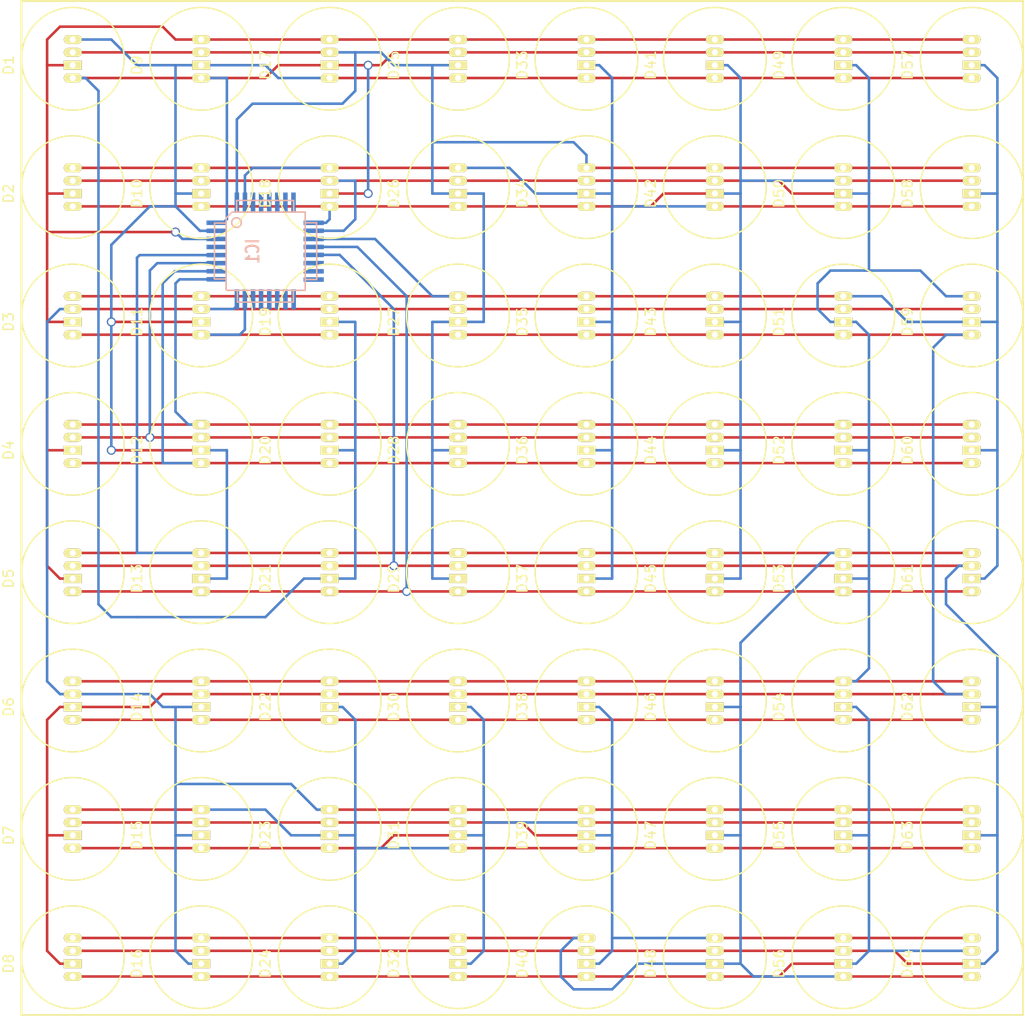
<source format=kicad_pcb>
(kicad_pcb (version 3) (host pcbnew "(2013-dec-23)-stable")

  (general
    (links 256)
    (no_connects 5)
    (area 0 0 0 0)
    (thickness 1.6)
    (drawings 4)
    (tracks 493)
    (zones 0)
    (modules 65)
    (nets 17)
  )

  (page A3)
  (layers
    (15 F.Cu signal)
    (0 B.Cu signal)
    (16 B.Adhes user)
    (17 F.Adhes user)
    (18 B.Paste user)
    (19 F.Paste user)
    (20 B.SilkS user)
    (21 F.SilkS user)
    (22 B.Mask user)
    (23 F.Mask user)
    (24 Dwgs.User user)
    (25 Cmts.User user)
    (26 Eco1.User user)
    (27 Eco2.User user)
    (28 Edge.Cuts user)
  )

  (setup
    (last_trace_width 0.254)
    (trace_clearance 0.254)
    (zone_clearance 0.508)
    (zone_45_only no)
    (trace_min 0.254)
    (segment_width 0.2)
    (edge_width 0.1)
    (via_size 0.889)
    (via_drill 0.635)
    (via_min_size 0.889)
    (via_min_drill 0.508)
    (uvia_size 0.508)
    (uvia_drill 0.127)
    (uvias_allowed no)
    (uvia_min_size 0.508)
    (uvia_min_drill 0.127)
    (pcb_text_width 0.3)
    (pcb_text_size 1.5 1.5)
    (mod_edge_width 0.15)
    (mod_text_size 1 1)
    (mod_text_width 0.15)
    (pad_size 0.889 1.778)
    (pad_drill 0.6)
    (pad_to_mask_clearance 0)
    (aux_axis_origin 0 0)
    (visible_elements FFFFFFBF)
    (pcbplotparams
      (layerselection 3178497)
      (usegerberextensions true)
      (excludeedgelayer true)
      (linewidth 0.150000)
      (plotframeref false)
      (viasonmask false)
      (mode 1)
      (useauxorigin false)
      (hpglpennumber 1)
      (hpglpenspeed 20)
      (hpglpendiameter 15)
      (hpglpenoverlay 2)
      (psnegative false)
      (psa4output false)
      (plotreference true)
      (plotvalue true)
      (plotothertext true)
      (plotinvisibletext false)
      (padsonsilk false)
      (subtractmaskfromsilk false)
      (outputformat 1)
      (mirror false)
      (drillshape 1)
      (scaleselection 1)
      (outputdirectory ""))
  )

  (net 0 "")
  (net 1 /A)
  (net 2 /B)
  (net 3 /C)
  (net 4 /D)
  (net 5 /E)
  (net 6 /F)
  (net 7 /G)
  (net 8 /H)
  (net 9 /J)
  (net 10 /K)
  (net 11 /M)
  (net 12 /N)
  (net 13 /P)
  (net 14 /Q)
  (net 15 /R)
  (net 16 /S)

  (net_class Default "This is the default net class."
    (clearance 0.254)
    (trace_width 0.254)
    (via_dia 0.889)
    (via_drill 0.635)
    (uvia_dia 0.508)
    (uvia_drill 0.127)
    (add_net "")
    (add_net /A)
    (add_net /B)
    (add_net /C)
    (add_net /D)
    (add_net /E)
    (add_net /F)
    (add_net /G)
    (add_net /H)
    (add_net /J)
    (add_net /K)
    (add_net /M)
    (add_net /N)
    (add_net /P)
    (add_net /Q)
    (add_net /R)
    (add_net /S)
  )

  (module TQFP32 (layer B.Cu) (tedit 5350FECB) (tstamp 53510D44)
    (at 49.53 50.165 270)
    (path /5350FF3B)
    (fp_text reference IC1 (at 0 1.27 270) (layer B.SilkS)
      (effects (font (size 1.27 1.016) (thickness 0.2032)) (justify mirror))
    )
    (fp_text value ATMEGA328P-A (at 0 -1.905 270) (layer B.SilkS) hide
      (effects (font (size 1.27 1.016) (thickness 0.2032)) (justify mirror))
    )
    (fp_line (start 5.0292 -2.7686) (end 3.8862 -2.7686) (layer B.SilkS) (width 0.1524))
    (fp_line (start 5.0292 2.7686) (end 3.9116 2.7686) (layer B.SilkS) (width 0.1524))
    (fp_line (start 5.0292 -2.7686) (end 5.0292 2.7686) (layer B.SilkS) (width 0.1524))
    (fp_line (start 2.794 -3.9624) (end 2.794 -5.0546) (layer B.SilkS) (width 0.1524))
    (fp_line (start -2.8194 -3.9878) (end -2.8194 -5.0546) (layer B.SilkS) (width 0.1524))
    (fp_line (start -2.8448 -5.0546) (end 2.794 -5.08) (layer B.SilkS) (width 0.1524))
    (fp_line (start -2.794 5.0292) (end 2.7178 5.0546) (layer B.SilkS) (width 0.1524))
    (fp_line (start -3.8862 3.2766) (end -3.8862 -3.9116) (layer B.SilkS) (width 0.1524))
    (fp_line (start 2.7432 5.0292) (end 2.7432 3.9878) (layer B.SilkS) (width 0.1524))
    (fp_line (start -3.2512 3.8862) (end 3.81 3.8862) (layer B.SilkS) (width 0.1524))
    (fp_line (start 3.8608 -3.937) (end 3.8608 3.7846) (layer B.SilkS) (width 0.1524))
    (fp_line (start -3.8862 -3.937) (end 3.7338 -3.937) (layer B.SilkS) (width 0.1524))
    (fp_line (start -5.0292 2.8448) (end -5.0292 -2.794) (layer B.SilkS) (width 0.1524))
    (fp_line (start -5.0292 -2.794) (end -3.8862 -2.794) (layer B.SilkS) (width 0.1524))
    (fp_line (start -3.87604 3.302) (end -3.29184 3.8862) (layer B.SilkS) (width 0.1524))
    (fp_line (start -5.02412 2.8448) (end -3.87604 2.8448) (layer B.SilkS) (width 0.1524))
    (fp_line (start -2.794 3.8862) (end -2.794 5.03428) (layer B.SilkS) (width 0.1524))
    (fp_circle (center -2.83972 2.86004) (end -2.43332 2.60604) (layer B.SilkS) (width 0.1524))
    (pad 8 smd rect (at -4.81584 -2.77622 270) (size 1.99898 0.44958)
      (layers B.Cu B.Paste B.Mask)
    )
    (pad 7 smd rect (at -4.81584 -1.97612 270) (size 1.99898 0.44958)
      (layers B.Cu B.Paste B.Mask)
    )
    (pad 6 smd rect (at -4.81584 -1.17602 270) (size 1.99898 0.44958)
      (layers B.Cu B.Paste B.Mask)
    )
    (pad 5 smd rect (at -4.81584 -0.37592 270) (size 1.99898 0.44958)
      (layers B.Cu B.Paste B.Mask)
    )
    (pad 4 smd rect (at -4.81584 0.42418 270) (size 1.99898 0.44958)
      (layers B.Cu B.Paste B.Mask)
    )
    (pad 3 smd rect (at -4.81584 1.22428 270) (size 1.99898 0.44958)
      (layers B.Cu B.Paste B.Mask)
    )
    (pad 2 smd rect (at -4.81584 2.02438 270) (size 1.99898 0.44958)
      (layers B.Cu B.Paste B.Mask)
      (net 5 /E)
    )
    (pad 1 smd rect (at -4.81584 2.82448 270) (size 1.99898 0.44958)
      (layers B.Cu B.Paste B.Mask)
      (net 4 /D)
    )
    (pad 24 smd rect (at 4.7498 2.8194 270) (size 1.99898 0.44958)
      (layers B.Cu B.Paste B.Mask)
      (net 10 /K)
    )
    (pad 17 smd rect (at 4.7498 -2.794 270) (size 1.99898 0.44958)
      (layers B.Cu B.Paste B.Mask)
    )
    (pad 18 smd rect (at 4.7498 -1.9812 270) (size 1.99898 0.44958)
      (layers B.Cu B.Paste B.Mask)
    )
    (pad 19 smd rect (at 4.7498 -1.1684 270) (size 1.99898 0.44958)
      (layers B.Cu B.Paste B.Mask)
    )
    (pad 20 smd rect (at 4.7498 -0.381 270) (size 1.99898 0.44958)
      (layers B.Cu B.Paste B.Mask)
    )
    (pad 21 smd rect (at 4.7498 0.4318 270) (size 1.99898 0.44958)
      (layers B.Cu B.Paste B.Mask)
    )
    (pad 22 smd rect (at 4.7498 1.2192 270) (size 1.99898 0.44958)
      (layers B.Cu B.Paste B.Mask)
    )
    (pad 23 smd rect (at 4.7498 2.032 270) (size 1.99898 0.44958)
      (layers B.Cu B.Paste B.Mask)
      (net 9 /J)
    )
    (pad 32 smd rect (at -2.82448 4.826 270) (size 0.44958 1.99898)
      (layers B.Cu B.Paste B.Mask)
      (net 3 /C)
    )
    (pad 31 smd rect (at -2.02692 4.826 270) (size 0.44958 1.99898)
      (layers B.Cu B.Paste B.Mask)
      (net 2 /B)
    )
    (pad 30 smd rect (at -1.22428 4.826 270) (size 0.44958 1.99898)
      (layers B.Cu B.Paste B.Mask)
      (net 1 /A)
    )
    (pad 29 smd rect (at -0.42672 4.826 270) (size 0.44958 1.99898)
      (layers B.Cu B.Paste B.Mask)
    )
    (pad 28 smd rect (at 0.37592 4.826 270) (size 0.44958 1.99898)
      (layers B.Cu B.Paste B.Mask)
      (net 14 /Q)
    )
    (pad 27 smd rect (at 1.17348 4.826 270) (size 0.44958 1.99898)
      (layers B.Cu B.Paste B.Mask)
      (net 13 /P)
    )
    (pad 26 smd rect (at 1.97612 4.826 270) (size 0.44958 1.99898)
      (layers B.Cu B.Paste B.Mask)
      (net 12 /N)
    )
    (pad 25 smd rect (at 2.77368 4.826 270) (size 0.44958 1.99898)
      (layers B.Cu B.Paste B.Mask)
      (net 11 /M)
    )
    (pad 9 smd rect (at -2.8194 -4.7752 270) (size 0.44958 1.99898)
      (layers B.Cu B.Paste B.Mask)
      (net 6 /F)
    )
    (pad 10 smd rect (at -2.032 -4.7752 270) (size 0.44958 1.99898)
      (layers B.Cu B.Paste B.Mask)
      (net 7 /G)
    )
    (pad 11 smd rect (at -1.2192 -4.7752 270) (size 0.44958 1.99898)
      (layers B.Cu B.Paste B.Mask)
      (net 8 /H)
    )
    (pad 12 smd rect (at -0.4318 -4.7752 270) (size 0.44958 1.99898)
      (layers B.Cu B.Paste B.Mask)
      (net 15 /R)
    )
    (pad 13 smd rect (at 0.3556 -4.7752 270) (size 0.44958 1.99898)
      (layers B.Cu B.Paste B.Mask)
      (net 16 /S)
    )
    (pad 14 smd rect (at 1.1684 -4.7752 270) (size 0.44958 1.99898)
      (layers B.Cu B.Paste B.Mask)
    )
    (pad 15 smd rect (at 1.9812 -4.7752 270) (size 0.44958 1.99898)
      (layers B.Cu B.Paste B.Mask)
    )
    (pad 16 smd rect (at 2.794 -4.7752 270) (size 0.44958 1.99898)
      (layers B.Cu B.Paste B.Mask)
    )
    (model smd/tqfp32.wrl
      (at (xyz 0 0 0))
      (scale (xyz 1 1 1))
      (rotate (xyz 0 0 0))
    )
  )

  (module RGB_LED_10 (layer F.Cu) (tedit 5351029A) (tstamp 5350EE97)
    (at 30.48 31.75 90)
    (path /5350F376)
    (fp_text reference D1 (at 0 -6.35 90) (layer F.SilkS)
      (effects (font (size 1 1) (thickness 0.15)))
    )
    (fp_text value RGBLED (at 0 6.35 90) (layer F.SilkS) hide
      (effects (font (size 1 1) (thickness 0.15)))
    )
    (fp_circle (center 0.635 0) (end 5.715 0) (layer F.SilkS) (width 0.15))
    (pad 1 thru_hole oval (at -1.27 0 90) (size 0.889 1.778) (drill 0.6)
      (layers *.Cu *.Mask F.SilkS)
      (net 3 /C)
    )
    (pad 2 thru_hole rect (at 0 0 90) (size 0.889 1.778) (drill 0.6)
      (layers *.Cu *.Mask F.SilkS)
      (net 1 /A)
    )
    (pad 3 thru_hole oval (at 1.27 0 90) (size 0.889 1.778) (drill 0.6)
      (layers *.Cu *.Mask F.SilkS)
      (net 4 /D)
    )
    (pad 4 thru_hole oval (at 2.54 0 90) (size 0.889 1.778) (drill 0.6)
      (layers *.Cu *.Mask F.SilkS)
      (net 2 /B)
    )
  )

  (module RGB_LED_10 (layer F.Cu) (tedit 5351029A) (tstamp 5350EEA0)
    (at 30.48 44.45 90)
    (path /5350F385)
    (fp_text reference D2 (at 0 -6.35 90) (layer F.SilkS)
      (effects (font (size 1 1) (thickness 0.15)))
    )
    (fp_text value RGBLED (at 0 6.35 90) (layer F.SilkS) hide
      (effects (font (size 1 1) (thickness 0.15)))
    )
    (fp_circle (center 0.635 0) (end 5.715 0) (layer F.SilkS) (width 0.15))
    (pad 1 thru_hole oval (at -1.27 0 90) (size 0.889 1.778) (drill 0.6)
      (layers *.Cu *.Mask F.SilkS)
      (net 6 /F)
    )
    (pad 2 thru_hole rect (at 0 0 90) (size 0.889 1.778) (drill 0.6)
      (layers *.Cu *.Mask F.SilkS)
      (net 1 /A)
    )
    (pad 3 thru_hole oval (at 1.27 0 90) (size 0.889 1.778) (drill 0.6)
      (layers *.Cu *.Mask F.SilkS)
      (net 7 /G)
    )
    (pad 4 thru_hole oval (at 2.54 0 90) (size 0.889 1.778) (drill 0.6)
      (layers *.Cu *.Mask F.SilkS)
      (net 5 /E)
    )
  )

  (module RGB_LED_10 (layer F.Cu) (tedit 5351029A) (tstamp 5350EEA9)
    (at 30.48 57.15 90)
    (path /5350F394)
    (fp_text reference D3 (at 0 -6.35 90) (layer F.SilkS)
      (effects (font (size 1 1) (thickness 0.15)))
    )
    (fp_text value RGBLED (at 0 6.35 90) (layer F.SilkS) hide
      (effects (font (size 1 1) (thickness 0.15)))
    )
    (fp_circle (center 0.635 0) (end 5.715 0) (layer F.SilkS) (width 0.15))
    (pad 1 thru_hole oval (at -1.27 0 90) (size 0.889 1.778) (drill 0.6)
      (layers *.Cu *.Mask F.SilkS)
      (net 9 /J)
    )
    (pad 2 thru_hole rect (at 0 0 90) (size 0.889 1.778) (drill 0.6)
      (layers *.Cu *.Mask F.SilkS)
      (net 1 /A)
    )
    (pad 3 thru_hole oval (at 1.27 0 90) (size 0.889 1.778) (drill 0.6)
      (layers *.Cu *.Mask F.SilkS)
      (net 10 /K)
    )
    (pad 4 thru_hole oval (at 2.54 0 90) (size 0.889 1.778) (drill 0.6)
      (layers *.Cu *.Mask F.SilkS)
      (net 8 /H)
    )
  )

  (module RGB_LED_10 (layer F.Cu) (tedit 5351029A) (tstamp 5350EEB2)
    (at 30.48 69.85 90)
    (path /5350F3A3)
    (fp_text reference D4 (at 0 -6.35 90) (layer F.SilkS)
      (effects (font (size 1 1) (thickness 0.15)))
    )
    (fp_text value RGBLED (at 0 6.35 90) (layer F.SilkS) hide
      (effects (font (size 1 1) (thickness 0.15)))
    )
    (fp_circle (center 0.635 0) (end 5.715 0) (layer F.SilkS) (width 0.15))
    (pad 1 thru_hole oval (at -1.27 0 90) (size 0.889 1.778) (drill 0.6)
      (layers *.Cu *.Mask F.SilkS)
      (net 12 /N)
    )
    (pad 2 thru_hole rect (at 0 0 90) (size 0.889 1.778) (drill 0.6)
      (layers *.Cu *.Mask F.SilkS)
      (net 1 /A)
    )
    (pad 3 thru_hole oval (at 1.27 0 90) (size 0.889 1.778) (drill 0.6)
      (layers *.Cu *.Mask F.SilkS)
      (net 13 /P)
    )
    (pad 4 thru_hole oval (at 2.54 0 90) (size 0.889 1.778) (drill 0.6)
      (layers *.Cu *.Mask F.SilkS)
      (net 11 /M)
    )
  )

  (module RGB_LED_10 (layer F.Cu) (tedit 5351029A) (tstamp 5350EF7A)
    (at 30.48 82.55 90)
    (path /5350F3B2)
    (fp_text reference D5 (at 0 -6.35 90) (layer F.SilkS)
      (effects (font (size 1 1) (thickness 0.15)))
    )
    (fp_text value RGBLED (at 0 6.35 90) (layer F.SilkS) hide
      (effects (font (size 1 1) (thickness 0.15)))
    )
    (fp_circle (center 0.635 0) (end 5.715 0) (layer F.SilkS) (width 0.15))
    (pad 1 thru_hole oval (at -1.27 0 90) (size 0.889 1.778) (drill 0.6)
      (layers *.Cu *.Mask F.SilkS)
      (net 15 /R)
    )
    (pad 2 thru_hole rect (at 0 0 90) (size 0.889 1.778) (drill 0.6)
      (layers *.Cu *.Mask F.SilkS)
      (net 1 /A)
    )
    (pad 3 thru_hole oval (at 1.27 0 90) (size 0.889 1.778) (drill 0.6)
      (layers *.Cu *.Mask F.SilkS)
      (net 16 /S)
    )
    (pad 4 thru_hole oval (at 2.54 0 90) (size 0.889 1.778) (drill 0.6)
      (layers *.Cu *.Mask F.SilkS)
      (net 14 /Q)
    )
  )

  (module RGB_LED_10 (layer F.Cu) (tedit 5351029A) (tstamp 5350EF83)
    (at 30.48 95.25 90)
    (path /5350FD96)
    (fp_text reference D6 (at 0 -6.35 90) (layer F.SilkS)
      (effects (font (size 1 1) (thickness 0.15)))
    )
    (fp_text value RGBLED (at 0 6.35 90) (layer F.SilkS) hide
      (effects (font (size 1 1) (thickness 0.15)))
    )
    (fp_circle (center 0.635 0) (end 5.715 0) (layer F.SilkS) (width 0.15))
    (pad 1 thru_hole oval (at -1.27 0 90) (size 0.889 1.778) (drill 0.6)
      (layers *.Cu *.Mask F.SilkS)
      (net 8 /H)
    )
    (pad 2 thru_hole rect (at 0 0 90) (size 0.889 1.778) (drill 0.6)
      (layers *.Cu *.Mask F.SilkS)
      (net 9 /J)
    )
    (pad 3 thru_hole oval (at 1.27 0 90) (size 0.889 1.778) (drill 0.6)
      (layers *.Cu *.Mask F.SilkS)
      (net 10 /K)
    )
    (pad 4 thru_hole oval (at 2.54 0 90) (size 0.889 1.778) (drill 0.6)
      (layers *.Cu *.Mask F.SilkS)
      (net 7 /G)
    )
  )

  (module RGB_LED_10 (layer F.Cu) (tedit 5351029A) (tstamp 5350EF8C)
    (at 30.48 107.95 90)
    (path /5350FD9C)
    (fp_text reference D7 (at 0 -6.35 90) (layer F.SilkS)
      (effects (font (size 1 1) (thickness 0.15)))
    )
    (fp_text value RGBLED (at 0 6.35 90) (layer F.SilkS) hide
      (effects (font (size 1 1) (thickness 0.15)))
    )
    (fp_circle (center 0.635 0) (end 5.715 0) (layer F.SilkS) (width 0.15))
    (pad 1 thru_hole oval (at -1.27 0 90) (size 0.889 1.778) (drill 0.6)
      (layers *.Cu *.Mask F.SilkS)
      (net 12 /N)
    )
    (pad 2 thru_hole rect (at 0 0 90) (size 0.889 1.778) (drill 0.6)
      (layers *.Cu *.Mask F.SilkS)
      (net 9 /J)
    )
    (pad 3 thru_hole oval (at 1.27 0 90) (size 0.889 1.778) (drill 0.6)
      (layers *.Cu *.Mask F.SilkS)
      (net 13 /P)
    )
    (pad 4 thru_hole oval (at 2.54 0 90) (size 0.889 1.778) (drill 0.6)
      (layers *.Cu *.Mask F.SilkS)
      (net 11 /M)
    )
  )

  (module RGB_LED_10 (layer F.Cu) (tedit 5351029A) (tstamp 5350EF95)
    (at 30.48 120.65 90)
    (path /5350FDA2)
    (fp_text reference D8 (at 0 -6.35 90) (layer F.SilkS)
      (effects (font (size 1 1) (thickness 0.15)))
    )
    (fp_text value RGBLED (at 0 6.35 90) (layer F.SilkS) hide
      (effects (font (size 1 1) (thickness 0.15)))
    )
    (fp_circle (center 0.635 0) (end 5.715 0) (layer F.SilkS) (width 0.15))
    (pad 1 thru_hole oval (at -1.27 0 90) (size 0.889 1.778) (drill 0.6)
      (layers *.Cu *.Mask F.SilkS)
      (net 15 /R)
    )
    (pad 2 thru_hole rect (at 0 0 90) (size 0.889 1.778) (drill 0.6)
      (layers *.Cu *.Mask F.SilkS)
      (net 9 /J)
    )
    (pad 3 thru_hole oval (at 1.27 0 90) (size 0.889 1.778) (drill 0.6)
      (layers *.Cu *.Mask F.SilkS)
      (net 16 /S)
    )
    (pad 4 thru_hole oval (at 2.54 0 90) (size 0.889 1.778) (drill 0.6)
      (layers *.Cu *.Mask F.SilkS)
      (net 14 /Q)
    )
  )

  (module RGB_LED_10 (layer F.Cu) (tedit 5351029A) (tstamp 5350F50A)
    (at 43.18 31.75 90)
    (path /5350F3C1)
    (fp_text reference D9 (at 0 -6.35 90) (layer F.SilkS)
      (effects (font (size 1 1) (thickness 0.15)))
    )
    (fp_text value RGBLED (at 0 6.35 90) (layer F.SilkS) hide
      (effects (font (size 1 1) (thickness 0.15)))
    )
    (fp_circle (center 0.635 0) (end 5.715 0) (layer F.SilkS) (width 0.15))
    (pad 1 thru_hole oval (at -1.27 0 90) (size 0.889 1.778) (drill 0.6)
      (layers *.Cu *.Mask F.SilkS)
      (net 3 /C)
    )
    (pad 2 thru_hole rect (at 0 0 90) (size 0.889 1.778) (drill 0.6)
      (layers *.Cu *.Mask F.SilkS)
      (net 2 /B)
    )
    (pad 3 thru_hole oval (at 1.27 0 90) (size 0.889 1.778) (drill 0.6)
      (layers *.Cu *.Mask F.SilkS)
      (net 4 /D)
    )
    (pad 4 thru_hole oval (at 2.54 0 90) (size 0.889 1.778) (drill 0.6)
      (layers *.Cu *.Mask F.SilkS)
      (net 1 /A)
    )
  )

  (module RGB_LED_10 (layer F.Cu) (tedit 5351029A) (tstamp 5350F513)
    (at 43.18 44.45 90)
    (path /5350F3D0)
    (fp_text reference D10 (at 0 -6.35 90) (layer F.SilkS)
      (effects (font (size 1 1) (thickness 0.15)))
    )
    (fp_text value RGBLED (at 0 6.35 90) (layer F.SilkS) hide
      (effects (font (size 1 1) (thickness 0.15)))
    )
    (fp_circle (center 0.635 0) (end 5.715 0) (layer F.SilkS) (width 0.15))
    (pad 1 thru_hole oval (at -1.27 0 90) (size 0.889 1.778) (drill 0.6)
      (layers *.Cu *.Mask F.SilkS)
      (net 6 /F)
    )
    (pad 2 thru_hole rect (at 0 0 90) (size 0.889 1.778) (drill 0.6)
      (layers *.Cu *.Mask F.SilkS)
      (net 2 /B)
    )
    (pad 3 thru_hole oval (at 1.27 0 90) (size 0.889 1.778) (drill 0.6)
      (layers *.Cu *.Mask F.SilkS)
      (net 7 /G)
    )
    (pad 4 thru_hole oval (at 2.54 0 90) (size 0.889 1.778) (drill 0.6)
      (layers *.Cu *.Mask F.SilkS)
      (net 5 /E)
    )
  )

  (module RGB_LED_10 (layer F.Cu) (tedit 5351029A) (tstamp 5350F51C)
    (at 43.18 57.15 90)
    (path /5350F3DF)
    (fp_text reference D11 (at 0 -6.35 90) (layer F.SilkS)
      (effects (font (size 1 1) (thickness 0.15)))
    )
    (fp_text value RGBLED (at 0 6.35 90) (layer F.SilkS) hide
      (effects (font (size 1 1) (thickness 0.15)))
    )
    (fp_circle (center 0.635 0) (end 5.715 0) (layer F.SilkS) (width 0.15))
    (pad 1 thru_hole oval (at -1.27 0 90) (size 0.889 1.778) (drill 0.6)
      (layers *.Cu *.Mask F.SilkS)
      (net 9 /J)
    )
    (pad 2 thru_hole rect (at 0 0 90) (size 0.889 1.778) (drill 0.6)
      (layers *.Cu *.Mask F.SilkS)
      (net 2 /B)
    )
    (pad 3 thru_hole oval (at 1.27 0 90) (size 0.889 1.778) (drill 0.6)
      (layers *.Cu *.Mask F.SilkS)
      (net 10 /K)
    )
    (pad 4 thru_hole oval (at 2.54 0 90) (size 0.889 1.778) (drill 0.6)
      (layers *.Cu *.Mask F.SilkS)
      (net 8 /H)
    )
  )

  (module RGB_LED_10 (layer F.Cu) (tedit 5351029A) (tstamp 5350F525)
    (at 43.18 69.85 90)
    (path /5350F75A)
    (fp_text reference D12 (at 0 -6.35 90) (layer F.SilkS)
      (effects (font (size 1 1) (thickness 0.15)))
    )
    (fp_text value RGBLED (at 0 6.35 90) (layer F.SilkS) hide
      (effects (font (size 1 1) (thickness 0.15)))
    )
    (fp_circle (center 0.635 0) (end 5.715 0) (layer F.SilkS) (width 0.15))
    (pad 1 thru_hole oval (at -1.27 0 90) (size 0.889 1.778) (drill 0.6)
      (layers *.Cu *.Mask F.SilkS)
      (net 12 /N)
    )
    (pad 2 thru_hole rect (at 0 0 90) (size 0.889 1.778) (drill 0.6)
      (layers *.Cu *.Mask F.SilkS)
      (net 2 /B)
    )
    (pad 3 thru_hole oval (at 1.27 0 90) (size 0.889 1.778) (drill 0.6)
      (layers *.Cu *.Mask F.SilkS)
      (net 13 /P)
    )
    (pad 4 thru_hole oval (at 2.54 0 90) (size 0.889 1.778) (drill 0.6)
      (layers *.Cu *.Mask F.SilkS)
      (net 11 /M)
    )
  )

  (module RGB_LED_10 (layer F.Cu) (tedit 5351029A) (tstamp 5350F52E)
    (at 43.18 82.55 90)
    (path /5350F769)
    (fp_text reference D13 (at 0 -6.35 90) (layer F.SilkS)
      (effects (font (size 1 1) (thickness 0.15)))
    )
    (fp_text value RGBLED (at 0 6.35 90) (layer F.SilkS) hide
      (effects (font (size 1 1) (thickness 0.15)))
    )
    (fp_circle (center 0.635 0) (end 5.715 0) (layer F.SilkS) (width 0.15))
    (pad 1 thru_hole oval (at -1.27 0 90) (size 0.889 1.778) (drill 0.6)
      (layers *.Cu *.Mask F.SilkS)
      (net 15 /R)
    )
    (pad 2 thru_hole rect (at 0 0 90) (size 0.889 1.778) (drill 0.6)
      (layers *.Cu *.Mask F.SilkS)
      (net 2 /B)
    )
    (pad 3 thru_hole oval (at 1.27 0 90) (size 0.889 1.778) (drill 0.6)
      (layers *.Cu *.Mask F.SilkS)
      (net 16 /S)
    )
    (pad 4 thru_hole oval (at 2.54 0 90) (size 0.889 1.778) (drill 0.6)
      (layers *.Cu *.Mask F.SilkS)
      (net 14 /Q)
    )
  )

  (module RGB_LED_10 (layer F.Cu) (tedit 5351029A) (tstamp 5350F537)
    (at 43.18 95.25 90)
    (path /5350FDC3)
    (fp_text reference D14 (at 0 -6.35 90) (layer F.SilkS)
      (effects (font (size 1 1) (thickness 0.15)))
    )
    (fp_text value RGBLED (at 0 6.35 90) (layer F.SilkS) hide
      (effects (font (size 1 1) (thickness 0.15)))
    )
    (fp_circle (center 0.635 0) (end 5.715 0) (layer F.SilkS) (width 0.15))
    (pad 1 thru_hole oval (at -1.27 0 90) (size 0.889 1.778) (drill 0.6)
      (layers *.Cu *.Mask F.SilkS)
      (net 8 /H)
    )
    (pad 2 thru_hole rect (at 0 0 90) (size 0.889 1.778) (drill 0.6)
      (layers *.Cu *.Mask F.SilkS)
      (net 10 /K)
    )
    (pad 3 thru_hole oval (at 1.27 0 90) (size 0.889 1.778) (drill 0.6)
      (layers *.Cu *.Mask F.SilkS)
      (net 9 /J)
    )
    (pad 4 thru_hole oval (at 2.54 0 90) (size 0.889 1.778) (drill 0.6)
      (layers *.Cu *.Mask F.SilkS)
      (net 7 /G)
    )
  )

  (module RGB_LED_10 (layer F.Cu) (tedit 5351029A) (tstamp 5350F540)
    (at 43.18 107.95 90)
    (path /5350FDC9)
    (fp_text reference D15 (at 0 -6.35 90) (layer F.SilkS)
      (effects (font (size 1 1) (thickness 0.15)))
    )
    (fp_text value RGBLED (at 0 6.35 90) (layer F.SilkS) hide
      (effects (font (size 1 1) (thickness 0.15)))
    )
    (fp_circle (center 0.635 0) (end 5.715 0) (layer F.SilkS) (width 0.15))
    (pad 1 thru_hole oval (at -1.27 0 90) (size 0.889 1.778) (drill 0.6)
      (layers *.Cu *.Mask F.SilkS)
      (net 12 /N)
    )
    (pad 2 thru_hole rect (at 0 0 90) (size 0.889 1.778) (drill 0.6)
      (layers *.Cu *.Mask F.SilkS)
      (net 10 /K)
    )
    (pad 3 thru_hole oval (at 1.27 0 90) (size 0.889 1.778) (drill 0.6)
      (layers *.Cu *.Mask F.SilkS)
      (net 13 /P)
    )
    (pad 4 thru_hole oval (at 2.54 0 90) (size 0.889 1.778) (drill 0.6)
      (layers *.Cu *.Mask F.SilkS)
      (net 11 /M)
    )
  )

  (module RGB_LED_10 (layer F.Cu) (tedit 5351029A) (tstamp 5350F932)
    (at 81.28 31.75 90)
    (path /5350F998)
    (fp_text reference D33 (at 0 -6.35 90) (layer F.SilkS)
      (effects (font (size 1 1) (thickness 0.15)))
    )
    (fp_text value RGBLED (at 0 6.35 90) (layer F.SilkS) hide
      (effects (font (size 1 1) (thickness 0.15)))
    )
    (fp_circle (center 0.635 0) (end 5.715 0) (layer F.SilkS) (width 0.15))
    (pad 1 thru_hole oval (at -1.27 0 90) (size 0.889 1.778) (drill 0.6)
      (layers *.Cu *.Mask F.SilkS)
      (net 2 /B)
    )
    (pad 2 thru_hole rect (at 0 0 90) (size 0.889 1.778) (drill 0.6)
      (layers *.Cu *.Mask F.SilkS)
      (net 5 /E)
    )
    (pad 3 thru_hole oval (at 1.27 0 90) (size 0.889 1.778) (drill 0.6)
      (layers *.Cu *.Mask F.SilkS)
      (net 3 /C)
    )
    (pad 4 thru_hole oval (at 2.54 0 90) (size 0.889 1.778) (drill 0.6)
      (layers *.Cu *.Mask F.SilkS)
      (net 1 /A)
    )
  )

  (module RGB_LED_10 (layer F.Cu) (tedit 5351029A) (tstamp 5350F93B)
    (at 106.68 31.75 90)
    (path /5350FA7B)
    (fp_text reference D49 (at 0 -6.35 90) (layer F.SilkS)
      (effects (font (size 1 1) (thickness 0.15)))
    )
    (fp_text value RGBLED (at 0 6.35 90) (layer F.SilkS) hide
      (effects (font (size 1 1) (thickness 0.15)))
    )
    (fp_circle (center 0.635 0) (end 5.715 0) (layer F.SilkS) (width 0.15))
    (pad 1 thru_hole oval (at -1.27 0 90) (size 0.889 1.778) (drill 0.6)
      (layers *.Cu *.Mask F.SilkS)
      (net 2 /B)
    )
    (pad 2 thru_hole rect (at 0 0 90) (size 0.889 1.778) (drill 0.6)
      (layers *.Cu *.Mask F.SilkS)
      (net 7 /G)
    )
    (pad 3 thru_hole oval (at 1.27 0 90) (size 0.889 1.778) (drill 0.6)
      (layers *.Cu *.Mask F.SilkS)
      (net 3 /C)
    )
    (pad 4 thru_hole oval (at 2.54 0 90) (size 0.889 1.778) (drill 0.6)
      (layers *.Cu *.Mask F.SilkS)
      (net 1 /A)
    )
  )

  (module RGB_LED_10 (layer F.Cu) (tedit 5351029A) (tstamp 5350F944)
    (at 106.68 44.45 90)
    (path /5350FA81)
    (fp_text reference D50 (at 0 -6.35 90) (layer F.SilkS)
      (effects (font (size 1 1) (thickness 0.15)))
    )
    (fp_text value RGBLED (at 0 6.35 90) (layer F.SilkS) hide
      (effects (font (size 1 1) (thickness 0.15)))
    )
    (fp_circle (center 0.635 0) (end 5.715 0) (layer F.SilkS) (width 0.15))
    (pad 1 thru_hole oval (at -1.27 0 90) (size 0.889 1.778) (drill 0.6)
      (layers *.Cu *.Mask F.SilkS)
      (net 5 /E)
    )
    (pad 2 thru_hole rect (at 0 0 90) (size 0.889 1.778) (drill 0.6)
      (layers *.Cu *.Mask F.SilkS)
      (net 7 /G)
    )
    (pad 3 thru_hole oval (at 1.27 0 90) (size 0.889 1.778) (drill 0.6)
      (layers *.Cu *.Mask F.SilkS)
      (net 6 /F)
    )
    (pad 4 thru_hole oval (at 2.54 0 90) (size 0.889 1.778) (drill 0.6)
      (layers *.Cu *.Mask F.SilkS)
      (net 4 /D)
    )
  )

  (module RGB_LED_10 (layer F.Cu) (tedit 5351029A) (tstamp 5350F94D)
    (at 106.68 57.15 90)
    (path /5350FA87)
    (fp_text reference D51 (at 0 -6.35 90) (layer F.SilkS)
      (effects (font (size 1 1) (thickness 0.15)))
    )
    (fp_text value RGBLED (at 0 6.35 90) (layer F.SilkS) hide
      (effects (font (size 1 1) (thickness 0.15)))
    )
    (fp_circle (center 0.635 0) (end 5.715 0) (layer F.SilkS) (width 0.15))
    (pad 1 thru_hole oval (at -1.27 0 90) (size 0.889 1.778) (drill 0.6)
      (layers *.Cu *.Mask F.SilkS)
      (net 9 /J)
    )
    (pad 2 thru_hole rect (at 0 0 90) (size 0.889 1.778) (drill 0.6)
      (layers *.Cu *.Mask F.SilkS)
      (net 7 /G)
    )
    (pad 3 thru_hole oval (at 1.27 0 90) (size 0.889 1.778) (drill 0.6)
      (layers *.Cu *.Mask F.SilkS)
      (net 10 /K)
    )
    (pad 4 thru_hole oval (at 2.54 0 90) (size 0.889 1.778) (drill 0.6)
      (layers *.Cu *.Mask F.SilkS)
      (net 8 /H)
    )
  )

  (module RGB_LED_10 (layer F.Cu) (tedit 5351029A) (tstamp 5350F956)
    (at 106.68 69.85 90)
    (path /5350FAA6)
    (fp_text reference D52 (at 0 -6.35 90) (layer F.SilkS)
      (effects (font (size 1 1) (thickness 0.15)))
    )
    (fp_text value RGBLED (at 0 6.35 90) (layer F.SilkS) hide
      (effects (font (size 1 1) (thickness 0.15)))
    )
    (fp_circle (center 0.635 0) (end 5.715 0) (layer F.SilkS) (width 0.15))
    (pad 1 thru_hole oval (at -1.27 0 90) (size 0.889 1.778) (drill 0.6)
      (layers *.Cu *.Mask F.SilkS)
      (net 12 /N)
    )
    (pad 2 thru_hole rect (at 0 0 90) (size 0.889 1.778) (drill 0.6)
      (layers *.Cu *.Mask F.SilkS)
      (net 7 /G)
    )
    (pad 3 thru_hole oval (at 1.27 0 90) (size 0.889 1.778) (drill 0.6)
      (layers *.Cu *.Mask F.SilkS)
      (net 13 /P)
    )
    (pad 4 thru_hole oval (at 2.54 0 90) (size 0.889 1.778) (drill 0.6)
      (layers *.Cu *.Mask F.SilkS)
      (net 11 /M)
    )
  )

  (module RGB_LED_10 (layer F.Cu) (tedit 5351029A) (tstamp 5350F95F)
    (at 106.68 82.55 90)
    (path /5350FAAC)
    (fp_text reference D53 (at 0 -6.35 90) (layer F.SilkS)
      (effects (font (size 1 1) (thickness 0.15)))
    )
    (fp_text value RGBLED (at 0 6.35 90) (layer F.SilkS) hide
      (effects (font (size 1 1) (thickness 0.15)))
    )
    (fp_circle (center 0.635 0) (end 5.715 0) (layer F.SilkS) (width 0.15))
    (pad 1 thru_hole oval (at -1.27 0 90) (size 0.889 1.778) (drill 0.6)
      (layers *.Cu *.Mask F.SilkS)
      (net 15 /R)
    )
    (pad 2 thru_hole rect (at 0 0 90) (size 0.889 1.778) (drill 0.6)
      (layers *.Cu *.Mask F.SilkS)
      (net 7 /G)
    )
    (pad 3 thru_hole oval (at 1.27 0 90) (size 0.889 1.778) (drill 0.6)
      (layers *.Cu *.Mask F.SilkS)
      (net 16 /S)
    )
    (pad 4 thru_hole oval (at 2.54 0 90) (size 0.889 1.778) (drill 0.6)
      (layers *.Cu *.Mask F.SilkS)
      (net 14 /Q)
    )
  )

  (module RGB_LED_10 (layer F.Cu) (tedit 5351029A) (tstamp 5350F968)
    (at 43.18 120.65 90)
    (path /5350FDCF)
    (fp_text reference D16 (at 0 -6.35 90) (layer F.SilkS)
      (effects (font (size 1 1) (thickness 0.15)))
    )
    (fp_text value RGBLED (at 0 6.35 90) (layer F.SilkS) hide
      (effects (font (size 1 1) (thickness 0.15)))
    )
    (fp_circle (center 0.635 0) (end 5.715 0) (layer F.SilkS) (width 0.15))
    (pad 1 thru_hole oval (at -1.27 0 90) (size 0.889 1.778) (drill 0.6)
      (layers *.Cu *.Mask F.SilkS)
      (net 15 /R)
    )
    (pad 2 thru_hole rect (at 0 0 90) (size 0.889 1.778) (drill 0.6)
      (layers *.Cu *.Mask F.SilkS)
      (net 10 /K)
    )
    (pad 3 thru_hole oval (at 1.27 0 90) (size 0.889 1.778) (drill 0.6)
      (layers *.Cu *.Mask F.SilkS)
      (net 16 /S)
    )
    (pad 4 thru_hole oval (at 2.54 0 90) (size 0.889 1.778) (drill 0.6)
      (layers *.Cu *.Mask F.SilkS)
      (net 14 /Q)
    )
  )

  (module RGB_LED_10 (layer F.Cu) (tedit 5351029A) (tstamp 5350F971)
    (at 55.88 31.75 90)
    (path /5350F8E7)
    (fp_text reference D17 (at 0 -6.35 90) (layer F.SilkS)
      (effects (font (size 1 1) (thickness 0.15)))
    )
    (fp_text value RGBLED (at 0 6.35 90) (layer F.SilkS) hide
      (effects (font (size 1 1) (thickness 0.15)))
    )
    (fp_circle (center 0.635 0) (end 5.715 0) (layer F.SilkS) (width 0.15))
    (pad 1 thru_hole oval (at -1.27 0 90) (size 0.889 1.778) (drill 0.6)
      (layers *.Cu *.Mask F.SilkS)
      (net 2 /B)
    )
    (pad 2 thru_hole rect (at 0 0 90) (size 0.889 1.778) (drill 0.6)
      (layers *.Cu *.Mask F.SilkS)
      (net 3 /C)
    )
    (pad 3 thru_hole oval (at 1.27 0 90) (size 0.889 1.778) (drill 0.6)
      (layers *.Cu *.Mask F.SilkS)
      (net 4 /D)
    )
    (pad 4 thru_hole oval (at 2.54 0 90) (size 0.889 1.778) (drill 0.6)
      (layers *.Cu *.Mask F.SilkS)
      (net 1 /A)
    )
  )

  (module RGB_LED_10 (layer F.Cu) (tedit 5351029A) (tstamp 5350F97A)
    (at 55.88 44.45 90)
    (path /5350F8ED)
    (fp_text reference D18 (at 0 -6.35 90) (layer F.SilkS)
      (effects (font (size 1 1) (thickness 0.15)))
    )
    (fp_text value RGBLED (at 0 6.35 90) (layer F.SilkS) hide
      (effects (font (size 1 1) (thickness 0.15)))
    )
    (fp_circle (center 0.635 0) (end 5.715 0) (layer F.SilkS) (width 0.15))
    (pad 1 thru_hole oval (at -1.27 0 90) (size 0.889 1.778) (drill 0.6)
      (layers *.Cu *.Mask F.SilkS)
      (net 6 /F)
    )
    (pad 2 thru_hole rect (at 0 0 90) (size 0.889 1.778) (drill 0.6)
      (layers *.Cu *.Mask F.SilkS)
      (net 3 /C)
    )
    (pad 3 thru_hole oval (at 1.27 0 90) (size 0.889 1.778) (drill 0.6)
      (layers *.Cu *.Mask F.SilkS)
      (net 7 /G)
    )
    (pad 4 thru_hole oval (at 2.54 0 90) (size 0.889 1.778) (drill 0.6)
      (layers *.Cu *.Mask F.SilkS)
      (net 5 /E)
    )
  )

  (module RGB_LED_10 (layer F.Cu) (tedit 5351029A) (tstamp 5350F983)
    (at 55.88 57.15 90)
    (path /5350F8F3)
    (fp_text reference D19 (at 0 -6.35 90) (layer F.SilkS)
      (effects (font (size 1 1) (thickness 0.15)))
    )
    (fp_text value RGBLED (at 0 6.35 90) (layer F.SilkS) hide
      (effects (font (size 1 1) (thickness 0.15)))
    )
    (fp_circle (center 0.635 0) (end 5.715 0) (layer F.SilkS) (width 0.15))
    (pad 1 thru_hole oval (at -1.27 0 90) (size 0.889 1.778) (drill 0.6)
      (layers *.Cu *.Mask F.SilkS)
      (net 9 /J)
    )
    (pad 2 thru_hole rect (at 0 0 90) (size 0.889 1.778) (drill 0.6)
      (layers *.Cu *.Mask F.SilkS)
      (net 3 /C)
    )
    (pad 3 thru_hole oval (at 1.27 0 90) (size 0.889 1.778) (drill 0.6)
      (layers *.Cu *.Mask F.SilkS)
      (net 10 /K)
    )
    (pad 4 thru_hole oval (at 2.54 0 90) (size 0.889 1.778) (drill 0.6)
      (layers *.Cu *.Mask F.SilkS)
      (net 8 /H)
    )
  )

  (module RGB_LED_10 (layer F.Cu) (tedit 5351029A) (tstamp 5350F98C)
    (at 68.58 31.75 90)
    (path /5350F951)
    (fp_text reference D25 (at 0 -6.35 90) (layer F.SilkS)
      (effects (font (size 1 1) (thickness 0.15)))
    )
    (fp_text value RGBLED (at 0 6.35 90) (layer F.SilkS) hide
      (effects (font (size 1 1) (thickness 0.15)))
    )
    (fp_circle (center 0.635 0) (end 5.715 0) (layer F.SilkS) (width 0.15))
    (pad 1 thru_hole oval (at -1.27 0 90) (size 0.889 1.778) (drill 0.6)
      (layers *.Cu *.Mask F.SilkS)
      (net 2 /B)
    )
    (pad 2 thru_hole rect (at 0 0 90) (size 0.889 1.778) (drill 0.6)
      (layers *.Cu *.Mask F.SilkS)
      (net 4 /D)
    )
    (pad 3 thru_hole oval (at 1.27 0 90) (size 0.889 1.778) (drill 0.6)
      (layers *.Cu *.Mask F.SilkS)
      (net 3 /C)
    )
    (pad 4 thru_hole oval (at 2.54 0 90) (size 0.889 1.778) (drill 0.6)
      (layers *.Cu *.Mask F.SilkS)
      (net 1 /A)
    )
  )

  (module RGB_LED_10 (layer F.Cu) (tedit 5351029A) (tstamp 5350F995)
    (at 68.58 44.45 90)
    (path /5350F957)
    (fp_text reference D26 (at 0 -6.35 90) (layer F.SilkS)
      (effects (font (size 1 1) (thickness 0.15)))
    )
    (fp_text value RGBLED (at 0 6.35 90) (layer F.SilkS) hide
      (effects (font (size 1 1) (thickness 0.15)))
    )
    (fp_circle (center 0.635 0) (end 5.715 0) (layer F.SilkS) (width 0.15))
    (pad 1 thru_hole oval (at -1.27 0 90) (size 0.889 1.778) (drill 0.6)
      (layers *.Cu *.Mask F.SilkS)
      (net 6 /F)
    )
    (pad 2 thru_hole rect (at 0 0 90) (size 0.889 1.778) (drill 0.6)
      (layers *.Cu *.Mask F.SilkS)
      (net 4 /D)
    )
    (pad 3 thru_hole oval (at 1.27 0 90) (size 0.889 1.778) (drill 0.6)
      (layers *.Cu *.Mask F.SilkS)
      (net 7 /G)
    )
    (pad 4 thru_hole oval (at 2.54 0 90) (size 0.889 1.778) (drill 0.6)
      (layers *.Cu *.Mask F.SilkS)
      (net 5 /E)
    )
  )

  (module RGB_LED_10 (layer F.Cu) (tedit 5351029A) (tstamp 5350F99E)
    (at 68.58 57.15 90)
    (path /5350F95D)
    (fp_text reference D27 (at 0 -6.35 90) (layer F.SilkS)
      (effects (font (size 1 1) (thickness 0.15)))
    )
    (fp_text value RGBLED (at 0 6.35 90) (layer F.SilkS) hide
      (effects (font (size 1 1) (thickness 0.15)))
    )
    (fp_circle (center 0.635 0) (end 5.715 0) (layer F.SilkS) (width 0.15))
    (pad 1 thru_hole oval (at -1.27 0 90) (size 0.889 1.778) (drill 0.6)
      (layers *.Cu *.Mask F.SilkS)
      (net 9 /J)
    )
    (pad 2 thru_hole rect (at 0 0 90) (size 0.889 1.778) (drill 0.6)
      (layers *.Cu *.Mask F.SilkS)
      (net 4 /D)
    )
    (pad 3 thru_hole oval (at 1.27 0 90) (size 0.889 1.778) (drill 0.6)
      (layers *.Cu *.Mask F.SilkS)
      (net 10 /K)
    )
    (pad 4 thru_hole oval (at 2.54 0 90) (size 0.889 1.778) (drill 0.6)
      (layers *.Cu *.Mask F.SilkS)
      (net 8 /H)
    )
  )

  (module RGB_LED_10 (layer F.Cu) (tedit 5351029A) (tstamp 5350F9A7)
    (at 119.38 82.55 90)
    (path /5350FA57)
    (fp_text reference D61 (at 0 -6.35 90) (layer F.SilkS)
      (effects (font (size 1 1) (thickness 0.15)))
    )
    (fp_text value RGBLED (at 0 6.35 90) (layer F.SilkS) hide
      (effects (font (size 1 1) (thickness 0.15)))
    )
    (fp_circle (center 0.635 0) (end 5.715 0) (layer F.SilkS) (width 0.15))
    (pad 1 thru_hole oval (at -1.27 0 90) (size 0.889 1.778) (drill 0.6)
      (layers *.Cu *.Mask F.SilkS)
      (net 15 /R)
    )
    (pad 2 thru_hole rect (at 0 0 90) (size 0.889 1.778) (drill 0.6)
      (layers *.Cu *.Mask F.SilkS)
      (net 8 /H)
    )
    (pad 3 thru_hole oval (at 1.27 0 90) (size 0.889 1.778) (drill 0.6)
      (layers *.Cu *.Mask F.SilkS)
      (net 16 /S)
    )
    (pad 4 thru_hole oval (at 2.54 0 90) (size 0.889 1.778) (drill 0.6)
      (layers *.Cu *.Mask F.SilkS)
      (net 14 /Q)
    )
  )

  (module RGB_LED_10 (layer F.Cu) (tedit 5351029A) (tstamp 5350F9B0)
    (at 81.28 44.45 90)
    (path /5350F99E)
    (fp_text reference D34 (at 0 -6.35 90) (layer F.SilkS)
      (effects (font (size 1 1) (thickness 0.15)))
    )
    (fp_text value RGBLED (at 0 6.35 90) (layer F.SilkS) hide
      (effects (font (size 1 1) (thickness 0.15)))
    )
    (fp_circle (center 0.635 0) (end 5.715 0) (layer F.SilkS) (width 0.15))
    (pad 1 thru_hole oval (at -1.27 0 90) (size 0.889 1.778) (drill 0.6)
      (layers *.Cu *.Mask F.SilkS)
      (net 6 /F)
    )
    (pad 2 thru_hole rect (at 0 0 90) (size 0.889 1.778) (drill 0.6)
      (layers *.Cu *.Mask F.SilkS)
      (net 5 /E)
    )
    (pad 3 thru_hole oval (at 1.27 0 90) (size 0.889 1.778) (drill 0.6)
      (layers *.Cu *.Mask F.SilkS)
      (net 7 /G)
    )
    (pad 4 thru_hole oval (at 2.54 0 90) (size 0.889 1.778) (drill 0.6)
      (layers *.Cu *.Mask F.SilkS)
      (net 4 /D)
    )
  )

  (module RGB_LED_10 (layer F.Cu) (tedit 5351029A) (tstamp 5350F9B9)
    (at 81.28 57.15 90)
    (path /5350F9A4)
    (fp_text reference D35 (at 0 -6.35 90) (layer F.SilkS)
      (effects (font (size 1 1) (thickness 0.15)))
    )
    (fp_text value RGBLED (at 0 6.35 90) (layer F.SilkS) hide
      (effects (font (size 1 1) (thickness 0.15)))
    )
    (fp_circle (center 0.635 0) (end 5.715 0) (layer F.SilkS) (width 0.15))
    (pad 1 thru_hole oval (at -1.27 0 90) (size 0.889 1.778) (drill 0.6)
      (layers *.Cu *.Mask F.SilkS)
      (net 9 /J)
    )
    (pad 2 thru_hole rect (at 0 0 90) (size 0.889 1.778) (drill 0.6)
      (layers *.Cu *.Mask F.SilkS)
      (net 5 /E)
    )
    (pad 3 thru_hole oval (at 1.27 0 90) (size 0.889 1.778) (drill 0.6)
      (layers *.Cu *.Mask F.SilkS)
      (net 10 /K)
    )
    (pad 4 thru_hole oval (at 2.54 0 90) (size 0.889 1.778) (drill 0.6)
      (layers *.Cu *.Mask F.SilkS)
      (net 8 /H)
    )
  )

  (module RGB_LED_10 (layer F.Cu) (tedit 5351029A) (tstamp 5350F9C2)
    (at 93.98 95.25 90)
    (path /5350FE78)
    (fp_text reference D46 (at 0 -6.35 90) (layer F.SilkS)
      (effects (font (size 1 1) (thickness 0.15)))
    )
    (fp_text value RGBLED (at 0 6.35 90) (layer F.SilkS) hide
      (effects (font (size 1 1) (thickness 0.15)))
    )
    (fp_circle (center 0.635 0) (end 5.715 0) (layer F.SilkS) (width 0.15))
    (pad 1 thru_hole oval (at -1.27 0 90) (size 0.889 1.778) (drill 0.6)
      (layers *.Cu *.Mask F.SilkS)
      (net 8 /H)
    )
    (pad 2 thru_hole rect (at 0 0 90) (size 0.889 1.778) (drill 0.6)
      (layers *.Cu *.Mask F.SilkS)
      (net 14 /Q)
    )
    (pad 3 thru_hole oval (at 1.27 0 90) (size 0.889 1.778) (drill 0.6)
      (layers *.Cu *.Mask F.SilkS)
      (net 9 /J)
    )
    (pad 4 thru_hole oval (at 2.54 0 90) (size 0.889 1.778) (drill 0.6)
      (layers *.Cu *.Mask F.SilkS)
      (net 7 /G)
    )
  )

  (module RGB_LED_10 (layer F.Cu) (tedit 5351029A) (tstamp 5350F9CB)
    (at 93.98 107.95 90)
    (path /5350FE7E)
    (fp_text reference D47 (at 0 -6.35 90) (layer F.SilkS)
      (effects (font (size 1 1) (thickness 0.15)))
    )
    (fp_text value RGBLED (at 0 6.35 90) (layer F.SilkS) hide
      (effects (font (size 1 1) (thickness 0.15)))
    )
    (fp_circle (center 0.635 0) (end 5.715 0) (layer F.SilkS) (width 0.15))
    (pad 1 thru_hole oval (at -1.27 0 90) (size 0.889 1.778) (drill 0.6)
      (layers *.Cu *.Mask F.SilkS)
      (net 11 /M)
    )
    (pad 2 thru_hole rect (at 0 0 90) (size 0.889 1.778) (drill 0.6)
      (layers *.Cu *.Mask F.SilkS)
      (net 14 /Q)
    )
    (pad 3 thru_hole oval (at 1.27 0 90) (size 0.889 1.778) (drill 0.6)
      (layers *.Cu *.Mask F.SilkS)
      (net 12 /N)
    )
    (pad 4 thru_hole oval (at 2.54 0 90) (size 0.889 1.778) (drill 0.6)
      (layers *.Cu *.Mask F.SilkS)
      (net 10 /K)
    )
  )

  (module RGB_LED_10 (layer F.Cu) (tedit 5351029A) (tstamp 5350F9D4)
    (at 93.98 120.65 90)
    (path /5350FE84)
    (fp_text reference D48 (at 0 -6.35 90) (layer F.SilkS)
      (effects (font (size 1 1) (thickness 0.15)))
    )
    (fp_text value RGBLED (at 0 6.35 90) (layer F.SilkS) hide
      (effects (font (size 1 1) (thickness 0.15)))
    )
    (fp_circle (center 0.635 0) (end 5.715 0) (layer F.SilkS) (width 0.15))
    (pad 1 thru_hole oval (at -1.27 0 90) (size 0.889 1.778) (drill 0.6)
      (layers *.Cu *.Mask F.SilkS)
      (net 15 /R)
    )
    (pad 2 thru_hole rect (at 0 0 90) (size 0.889 1.778) (drill 0.6)
      (layers *.Cu *.Mask F.SilkS)
      (net 14 /Q)
    )
    (pad 3 thru_hole oval (at 1.27 0 90) (size 0.889 1.778) (drill 0.6)
      (layers *.Cu *.Mask F.SilkS)
      (net 16 /S)
    )
    (pad 4 thru_hole oval (at 2.54 0 90) (size 0.889 1.778) (drill 0.6)
      (layers *.Cu *.Mask F.SilkS)
      (net 13 /P)
    )
  )

  (module RGB_LED_10 (layer F.Cu) (tedit 5351029A) (tstamp 5350F9DD)
    (at 106.68 95.25 90)
    (path /5350FEA3)
    (fp_text reference D54 (at 0 -6.35 90) (layer F.SilkS)
      (effects (font (size 1 1) (thickness 0.15)))
    )
    (fp_text value RGBLED (at 0 6.35 90) (layer F.SilkS) hide
      (effects (font (size 1 1) (thickness 0.15)))
    )
    (fp_circle (center 0.635 0) (end 5.715 0) (layer F.SilkS) (width 0.15))
    (pad 1 thru_hole oval (at -1.27 0 90) (size 0.889 1.778) (drill 0.6)
      (layers *.Cu *.Mask F.SilkS)
      (net 8 /H)
    )
    (pad 2 thru_hole rect (at 0 0 90) (size 0.889 1.778) (drill 0.6)
      (layers *.Cu *.Mask F.SilkS)
      (net 15 /R)
    )
    (pad 3 thru_hole oval (at 1.27 0 90) (size 0.889 1.778) (drill 0.6)
      (layers *.Cu *.Mask F.SilkS)
      (net 9 /J)
    )
    (pad 4 thru_hole oval (at 2.54 0 90) (size 0.889 1.778) (drill 0.6)
      (layers *.Cu *.Mask F.SilkS)
      (net 7 /G)
    )
  )

  (module RGB_LED_10 (layer F.Cu) (tedit 5351029A) (tstamp 5350F9E6)
    (at 106.68 107.95 90)
    (path /5350FEA9)
    (fp_text reference D55 (at 0 -6.35 90) (layer F.SilkS)
      (effects (font (size 1 1) (thickness 0.15)))
    )
    (fp_text value RGBLED (at 0 6.35 90) (layer F.SilkS) hide
      (effects (font (size 1 1) (thickness 0.15)))
    )
    (fp_circle (center 0.635 0) (end 5.715 0) (layer F.SilkS) (width 0.15))
    (pad 1 thru_hole oval (at -1.27 0 90) (size 0.889 1.778) (drill 0.6)
      (layers *.Cu *.Mask F.SilkS)
      (net 11 /M)
    )
    (pad 2 thru_hole rect (at 0 0 90) (size 0.889 1.778) (drill 0.6)
      (layers *.Cu *.Mask F.SilkS)
      (net 15 /R)
    )
    (pad 3 thru_hole oval (at 1.27 0 90) (size 0.889 1.778) (drill 0.6)
      (layers *.Cu *.Mask F.SilkS)
      (net 12 /N)
    )
    (pad 4 thru_hole oval (at 2.54 0 90) (size 0.889 1.778) (drill 0.6)
      (layers *.Cu *.Mask F.SilkS)
      (net 10 /K)
    )
  )

  (module RGB_LED_10 (layer F.Cu) (tedit 5351029A) (tstamp 5350F9EF)
    (at 106.68 120.65 90)
    (path /5350FEAF)
    (fp_text reference D56 (at 0 -6.35 90) (layer F.SilkS)
      (effects (font (size 1 1) (thickness 0.15)))
    )
    (fp_text value RGBLED (at 0 6.35 90) (layer F.SilkS) hide
      (effects (font (size 1 1) (thickness 0.15)))
    )
    (fp_circle (center 0.635 0) (end 5.715 0) (layer F.SilkS) (width 0.15))
    (pad 1 thru_hole oval (at -1.27 0 90) (size 0.889 1.778) (drill 0.6)
      (layers *.Cu *.Mask F.SilkS)
      (net 14 /Q)
    )
    (pad 2 thru_hole rect (at 0 0 90) (size 0.889 1.778) (drill 0.6)
      (layers *.Cu *.Mask F.SilkS)
      (net 15 /R)
    )
    (pad 3 thru_hole oval (at 1.27 0 90) (size 0.889 1.778) (drill 0.6)
      (layers *.Cu *.Mask F.SilkS)
      (net 16 /S)
    )
    (pad 4 thru_hole oval (at 2.54 0 90) (size 0.889 1.778) (drill 0.6)
      (layers *.Cu *.Mask F.SilkS)
      (net 13 /P)
    )
  )

  (module RGB_LED_10 (layer F.Cu) (tedit 5351029A) (tstamp 5350F9F8)
    (at 119.38 95.25 90)
    (path /5350FECE)
    (fp_text reference D62 (at 0 -6.35 90) (layer F.SilkS)
      (effects (font (size 1 1) (thickness 0.15)))
    )
    (fp_text value RGBLED (at 0 6.35 90) (layer F.SilkS) hide
      (effects (font (size 1 1) (thickness 0.15)))
    )
    (fp_circle (center 0.635 0) (end 5.715 0) (layer F.SilkS) (width 0.15))
    (pad 1 thru_hole oval (at -1.27 0 90) (size 0.889 1.778) (drill 0.6)
      (layers *.Cu *.Mask F.SilkS)
      (net 8 /H)
    )
    (pad 2 thru_hole rect (at 0 0 90) (size 0.889 1.778) (drill 0.6)
      (layers *.Cu *.Mask F.SilkS)
      (net 16 /S)
    )
    (pad 3 thru_hole oval (at 1.27 0 90) (size 0.889 1.778) (drill 0.6)
      (layers *.Cu *.Mask F.SilkS)
      (net 9 /J)
    )
    (pad 4 thru_hole oval (at 2.54 0 90) (size 0.889 1.778) (drill 0.6)
      (layers *.Cu *.Mask F.SilkS)
      (net 7 /G)
    )
  )

  (module RGB_LED_10 (layer F.Cu) (tedit 5351029A) (tstamp 5350FA01)
    (at 119.38 107.95 90)
    (path /5350FED4)
    (fp_text reference D63 (at 0 -6.35 90) (layer F.SilkS)
      (effects (font (size 1 1) (thickness 0.15)))
    )
    (fp_text value RGBLED (at 0 6.35 90) (layer F.SilkS) hide
      (effects (font (size 1 1) (thickness 0.15)))
    )
    (fp_circle (center 0.635 0) (end 5.715 0) (layer F.SilkS) (width 0.15))
    (pad 1 thru_hole oval (at -1.27 0 90) (size 0.889 1.778) (drill 0.6)
      (layers *.Cu *.Mask F.SilkS)
      (net 11 /M)
    )
    (pad 2 thru_hole rect (at 0 0 90) (size 0.889 1.778) (drill 0.6)
      (layers *.Cu *.Mask F.SilkS)
      (net 16 /S)
    )
    (pad 3 thru_hole oval (at 1.27 0 90) (size 0.889 1.778) (drill 0.6)
      (layers *.Cu *.Mask F.SilkS)
      (net 12 /N)
    )
    (pad 4 thru_hole oval (at 2.54 0 90) (size 0.889 1.778) (drill 0.6)
      (layers *.Cu *.Mask F.SilkS)
      (net 10 /K)
    )
  )

  (module RGB_LED_10 (layer F.Cu) (tedit 5351029A) (tstamp 5350FA0A)
    (at 119.38 120.65 90)
    (path /5350FEDA)
    (fp_text reference D64 (at 0 -6.35 90) (layer F.SilkS)
      (effects (font (size 1 1) (thickness 0.15)))
    )
    (fp_text value RGBLED (at 0 6.35 90) (layer F.SilkS) hide
      (effects (font (size 1 1) (thickness 0.15)))
    )
    (fp_circle (center 0.635 0) (end 5.715 0) (layer F.SilkS) (width 0.15))
    (pad 1 thru_hole oval (at -1.27 0 90) (size 0.889 1.778) (drill 0.6)
      (layers *.Cu *.Mask F.SilkS)
      (net 14 /Q)
    )
    (pad 2 thru_hole rect (at 0 0 90) (size 0.889 1.778) (drill 0.6)
      (layers *.Cu *.Mask F.SilkS)
      (net 16 /S)
    )
    (pad 3 thru_hole oval (at 1.27 0 90) (size 0.889 1.778) (drill 0.6)
      (layers *.Cu *.Mask F.SilkS)
      (net 15 /R)
    )
    (pad 4 thru_hole oval (at 2.54 0 90) (size 0.889 1.778) (drill 0.6)
      (layers *.Cu *.Mask F.SilkS)
      (net 13 /P)
    )
  )

  (module RGB_LED_10 (layer F.Cu) (tedit 5351029A) (tstamp 5350FA13)
    (at 81.28 95.25 90)
    (path /5350FE4B)
    (fp_text reference D38 (at 0 -6.35 90) (layer F.SilkS)
      (effects (font (size 1 1) (thickness 0.15)))
    )
    (fp_text value RGBLED (at 0 6.35 90) (layer F.SilkS) hide
      (effects (font (size 1 1) (thickness 0.15)))
    )
    (fp_circle (center 0.635 0) (end 5.715 0) (layer F.SilkS) (width 0.15))
    (pad 1 thru_hole oval (at -1.27 0 90) (size 0.889 1.778) (drill 0.6)
      (layers *.Cu *.Mask F.SilkS)
      (net 8 /H)
    )
    (pad 2 thru_hole rect (at 0 0 90) (size 0.889 1.778) (drill 0.6)
      (layers *.Cu *.Mask F.SilkS)
      (net 13 /P)
    )
    (pad 3 thru_hole oval (at 1.27 0 90) (size 0.889 1.778) (drill 0.6)
      (layers *.Cu *.Mask F.SilkS)
      (net 9 /J)
    )
    (pad 4 thru_hole oval (at 2.54 0 90) (size 0.889 1.778) (drill 0.6)
      (layers *.Cu *.Mask F.SilkS)
      (net 7 /G)
    )
  )

  (module RGB_LED_10 (layer F.Cu) (tedit 5351029A) (tstamp 5350FA1C)
    (at 55.88 82.55 90)
    (path /5350F918)
    (fp_text reference D21 (at 0 -6.35 90) (layer F.SilkS)
      (effects (font (size 1 1) (thickness 0.15)))
    )
    (fp_text value RGBLED (at 0 6.35 90) (layer F.SilkS) hide
      (effects (font (size 1 1) (thickness 0.15)))
    )
    (fp_circle (center 0.635 0) (end 5.715 0) (layer F.SilkS) (width 0.15))
    (pad 1 thru_hole oval (at -1.27 0 90) (size 0.889 1.778) (drill 0.6)
      (layers *.Cu *.Mask F.SilkS)
      (net 15 /R)
    )
    (pad 2 thru_hole rect (at 0 0 90) (size 0.889 1.778) (drill 0.6)
      (layers *.Cu *.Mask F.SilkS)
      (net 3 /C)
    )
    (pad 3 thru_hole oval (at 1.27 0 90) (size 0.889 1.778) (drill 0.6)
      (layers *.Cu *.Mask F.SilkS)
      (net 16 /S)
    )
    (pad 4 thru_hole oval (at 2.54 0 90) (size 0.889 1.778) (drill 0.6)
      (layers *.Cu *.Mask F.SilkS)
      (net 14 /Q)
    )
  )

  (module RGB_LED_10 (layer F.Cu) (tedit 5351029A) (tstamp 5350FA25)
    (at 55.88 95.25 90)
    (path /5350FDF1)
    (fp_text reference D22 (at 0 -6.35 90) (layer F.SilkS)
      (effects (font (size 1 1) (thickness 0.15)))
    )
    (fp_text value RGBLED (at 0 6.35 90) (layer F.SilkS) hide
      (effects (font (size 1 1) (thickness 0.15)))
    )
    (fp_circle (center 0.635 0) (end 5.715 0) (layer F.SilkS) (width 0.15))
    (pad 1 thru_hole oval (at -1.27 0 90) (size 0.889 1.778) (drill 0.6)
      (layers *.Cu *.Mask F.SilkS)
      (net 8 /H)
    )
    (pad 2 thru_hole rect (at 0 0 90) (size 0.889 1.778) (drill 0.6)
      (layers *.Cu *.Mask F.SilkS)
      (net 11 /M)
    )
    (pad 3 thru_hole oval (at 1.27 0 90) (size 0.889 1.778) (drill 0.6)
      (layers *.Cu *.Mask F.SilkS)
      (net 9 /J)
    )
    (pad 4 thru_hole oval (at 2.54 0 90) (size 0.889 1.778) (drill 0.6)
      (layers *.Cu *.Mask F.SilkS)
      (net 7 /G)
    )
  )

  (module RGB_LED_10 (layer F.Cu) (tedit 5351029A) (tstamp 5350FA2E)
    (at 55.88 107.95 90)
    (path /5350FDF7)
    (fp_text reference D23 (at 0 -6.35 90) (layer F.SilkS)
      (effects (font (size 1 1) (thickness 0.15)))
    )
    (fp_text value RGBLED (at 0 6.35 90) (layer F.SilkS) hide
      (effects (font (size 1 1) (thickness 0.15)))
    )
    (fp_circle (center 0.635 0) (end 5.715 0) (layer F.SilkS) (width 0.15))
    (pad 1 thru_hole oval (at -1.27 0 90) (size 0.889 1.778) (drill 0.6)
      (layers *.Cu *.Mask F.SilkS)
      (net 12 /N)
    )
    (pad 2 thru_hole rect (at 0 0 90) (size 0.889 1.778) (drill 0.6)
      (layers *.Cu *.Mask F.SilkS)
      (net 11 /M)
    )
    (pad 3 thru_hole oval (at 1.27 0 90) (size 0.889 1.778) (drill 0.6)
      (layers *.Cu *.Mask F.SilkS)
      (net 13 /P)
    )
    (pad 4 thru_hole oval (at 2.54 0 90) (size 0.889 1.778) (drill 0.6)
      (layers *.Cu *.Mask F.SilkS)
      (net 10 /K)
    )
  )

  (module RGB_LED_10 (layer F.Cu) (tedit 5351029A) (tstamp 5350FA37)
    (at 55.88 120.65 90)
    (path /5350FDFD)
    (fp_text reference D24 (at 0 -6.35 90) (layer F.SilkS)
      (effects (font (size 1 1) (thickness 0.15)))
    )
    (fp_text value RGBLED (at 0 6.35 90) (layer F.SilkS) hide
      (effects (font (size 1 1) (thickness 0.15)))
    )
    (fp_circle (center 0.635 0) (end 5.715 0) (layer F.SilkS) (width 0.15))
    (pad 1 thru_hole oval (at -1.27 0 90) (size 0.889 1.778) (drill 0.6)
      (layers *.Cu *.Mask F.SilkS)
      (net 15 /R)
    )
    (pad 2 thru_hole rect (at 0 0 90) (size 0.889 1.778) (drill 0.6)
      (layers *.Cu *.Mask F.SilkS)
      (net 11 /M)
    )
    (pad 3 thru_hole oval (at 1.27 0 90) (size 0.889 1.778) (drill 0.6)
      (layers *.Cu *.Mask F.SilkS)
      (net 16 /S)
    )
    (pad 4 thru_hole oval (at 2.54 0 90) (size 0.889 1.778) (drill 0.6)
      (layers *.Cu *.Mask F.SilkS)
      (net 14 /Q)
    )
  )

  (module RGB_LED_10 (layer F.Cu) (tedit 5351029A) (tstamp 5350FA40)
    (at 68.58 69.85 90)
    (path /5350F97C)
    (fp_text reference D28 (at 0 -6.35 90) (layer F.SilkS)
      (effects (font (size 1 1) (thickness 0.15)))
    )
    (fp_text value RGBLED (at 0 6.35 90) (layer F.SilkS) hide
      (effects (font (size 1 1) (thickness 0.15)))
    )
    (fp_circle (center 0.635 0) (end 5.715 0) (layer F.SilkS) (width 0.15))
    (pad 1 thru_hole oval (at -1.27 0 90) (size 0.889 1.778) (drill 0.6)
      (layers *.Cu *.Mask F.SilkS)
      (net 12 /N)
    )
    (pad 2 thru_hole rect (at 0 0 90) (size 0.889 1.778) (drill 0.6)
      (layers *.Cu *.Mask F.SilkS)
      (net 4 /D)
    )
    (pad 3 thru_hole oval (at 1.27 0 90) (size 0.889 1.778) (drill 0.6)
      (layers *.Cu *.Mask F.SilkS)
      (net 13 /P)
    )
    (pad 4 thru_hole oval (at 2.54 0 90) (size 0.889 1.778) (drill 0.6)
      (layers *.Cu *.Mask F.SilkS)
      (net 11 /M)
    )
  )

  (module RGB_LED_10 (layer F.Cu) (tedit 5351029A) (tstamp 5350FA49)
    (at 68.58 82.55 90)
    (path /5350F982)
    (fp_text reference D29 (at 0 -6.35 90) (layer F.SilkS)
      (effects (font (size 1 1) (thickness 0.15)))
    )
    (fp_text value RGBLED (at 0 6.35 90) (layer F.SilkS) hide
      (effects (font (size 1 1) (thickness 0.15)))
    )
    (fp_circle (center 0.635 0) (end 5.715 0) (layer F.SilkS) (width 0.15))
    (pad 1 thru_hole oval (at -1.27 0 90) (size 0.889 1.778) (drill 0.6)
      (layers *.Cu *.Mask F.SilkS)
      (net 15 /R)
    )
    (pad 2 thru_hole rect (at 0 0 90) (size 0.889 1.778) (drill 0.6)
      (layers *.Cu *.Mask F.SilkS)
      (net 4 /D)
    )
    (pad 3 thru_hole oval (at 1.27 0 90) (size 0.889 1.778) (drill 0.6)
      (layers *.Cu *.Mask F.SilkS)
      (net 16 /S)
    )
    (pad 4 thru_hole oval (at 2.54 0 90) (size 0.889 1.778) (drill 0.6)
      (layers *.Cu *.Mask F.SilkS)
      (net 14 /Q)
    )
  )

  (module RGB_LED_10 (layer F.Cu) (tedit 5351029A) (tstamp 5350FA52)
    (at 68.58 95.25 90)
    (path /5350FE1E)
    (fp_text reference D30 (at 0 -6.35 90) (layer F.SilkS)
      (effects (font (size 1 1) (thickness 0.15)))
    )
    (fp_text value RGBLED (at 0 6.35 90) (layer F.SilkS) hide
      (effects (font (size 1 1) (thickness 0.15)))
    )
    (fp_circle (center 0.635 0) (end 5.715 0) (layer F.SilkS) (width 0.15))
    (pad 1 thru_hole oval (at -1.27 0 90) (size 0.889 1.778) (drill 0.6)
      (layers *.Cu *.Mask F.SilkS)
      (net 8 /H)
    )
    (pad 2 thru_hole rect (at 0 0 90) (size 0.889 1.778) (drill 0.6)
      (layers *.Cu *.Mask F.SilkS)
      (net 12 /N)
    )
    (pad 3 thru_hole oval (at 1.27 0 90) (size 0.889 1.778) (drill 0.6)
      (layers *.Cu *.Mask F.SilkS)
      (net 9 /J)
    )
    (pad 4 thru_hole oval (at 2.54 0 90) (size 0.889 1.778) (drill 0.6)
      (layers *.Cu *.Mask F.SilkS)
      (net 7 /G)
    )
  )

  (module RGB_LED_10 (layer F.Cu) (tedit 5351029A) (tstamp 5350FA5B)
    (at 68.58 107.95 90)
    (path /5350FE24)
    (fp_text reference D31 (at 0 -6.35 90) (layer F.SilkS)
      (effects (font (size 1 1) (thickness 0.15)))
    )
    (fp_text value RGBLED (at 0 6.35 90) (layer F.SilkS) hide
      (effects (font (size 1 1) (thickness 0.15)))
    )
    (fp_circle (center 0.635 0) (end 5.715 0) (layer F.SilkS) (width 0.15))
    (pad 1 thru_hole oval (at -1.27 0 90) (size 0.889 1.778) (drill 0.6)
      (layers *.Cu *.Mask F.SilkS)
      (net 11 /M)
    )
    (pad 2 thru_hole rect (at 0 0 90) (size 0.889 1.778) (drill 0.6)
      (layers *.Cu *.Mask F.SilkS)
      (net 12 /N)
    )
    (pad 3 thru_hole oval (at 1.27 0 90) (size 0.889 1.778) (drill 0.6)
      (layers *.Cu *.Mask F.SilkS)
      (net 13 /P)
    )
    (pad 4 thru_hole oval (at 2.54 0 90) (size 0.889 1.778) (drill 0.6)
      (layers *.Cu *.Mask F.SilkS)
      (net 10 /K)
    )
  )

  (module RGB_LED_10 (layer F.Cu) (tedit 5351029A) (tstamp 5350FA64)
    (at 68.58 120.65 90)
    (path /5350FE2A)
    (fp_text reference D32 (at 0 -6.35 90) (layer F.SilkS)
      (effects (font (size 1 1) (thickness 0.15)))
    )
    (fp_text value RGBLED (at 0 6.35 90) (layer F.SilkS) hide
      (effects (font (size 1 1) (thickness 0.15)))
    )
    (fp_circle (center 0.635 0) (end 5.715 0) (layer F.SilkS) (width 0.15))
    (pad 1 thru_hole oval (at -1.27 0 90) (size 0.889 1.778) (drill 0.6)
      (layers *.Cu *.Mask F.SilkS)
      (net 15 /R)
    )
    (pad 2 thru_hole rect (at 0 0 90) (size 0.889 1.778) (drill 0.6)
      (layers *.Cu *.Mask F.SilkS)
      (net 12 /N)
    )
    (pad 3 thru_hole oval (at 1.27 0 90) (size 0.889 1.778) (drill 0.6)
      (layers *.Cu *.Mask F.SilkS)
      (net 16 /S)
    )
    (pad 4 thru_hole oval (at 2.54 0 90) (size 0.889 1.778) (drill 0.6)
      (layers *.Cu *.Mask F.SilkS)
      (net 14 /Q)
    )
  )

  (module RGB_LED_10 (layer F.Cu) (tedit 5351029A) (tstamp 5350FA6D)
    (at 81.28 69.85 90)
    (path /5350F9C3)
    (fp_text reference D36 (at 0 -6.35 90) (layer F.SilkS)
      (effects (font (size 1 1) (thickness 0.15)))
    )
    (fp_text value RGBLED (at 0 6.35 90) (layer F.SilkS) hide
      (effects (font (size 1 1) (thickness 0.15)))
    )
    (fp_circle (center 0.635 0) (end 5.715 0) (layer F.SilkS) (width 0.15))
    (pad 1 thru_hole oval (at -1.27 0 90) (size 0.889 1.778) (drill 0.6)
      (layers *.Cu *.Mask F.SilkS)
      (net 12 /N)
    )
    (pad 2 thru_hole rect (at 0 0 90) (size 0.889 1.778) (drill 0.6)
      (layers *.Cu *.Mask F.SilkS)
      (net 5 /E)
    )
    (pad 3 thru_hole oval (at 1.27 0 90) (size 0.889 1.778) (drill 0.6)
      (layers *.Cu *.Mask F.SilkS)
      (net 13 /P)
    )
    (pad 4 thru_hole oval (at 2.54 0 90) (size 0.889 1.778) (drill 0.6)
      (layers *.Cu *.Mask F.SilkS)
      (net 11 /M)
    )
  )

  (module RGB_LED_10 (layer F.Cu) (tedit 5351029A) (tstamp 5350FA76)
    (at 81.28 82.55 90)
    (path /5350F9C9)
    (fp_text reference D37 (at 0 -6.35 90) (layer F.SilkS)
      (effects (font (size 1 1) (thickness 0.15)))
    )
    (fp_text value RGBLED (at 0 6.35 90) (layer F.SilkS) hide
      (effects (font (size 1 1) (thickness 0.15)))
    )
    (fp_circle (center 0.635 0) (end 5.715 0) (layer F.SilkS) (width 0.15))
    (pad 1 thru_hole oval (at -1.27 0 90) (size 0.889 1.778) (drill 0.6)
      (layers *.Cu *.Mask F.SilkS)
      (net 15 /R)
    )
    (pad 2 thru_hole rect (at 0 0 90) (size 0.889 1.778) (drill 0.6)
      (layers *.Cu *.Mask F.SilkS)
      (net 5 /E)
    )
    (pad 3 thru_hole oval (at 1.27 0 90) (size 0.889 1.778) (drill 0.6)
      (layers *.Cu *.Mask F.SilkS)
      (net 16 /S)
    )
    (pad 4 thru_hole oval (at 2.54 0 90) (size 0.889 1.778) (drill 0.6)
      (layers *.Cu *.Mask F.SilkS)
      (net 14 /Q)
    )
  )

  (module RGB_LED_10 (layer F.Cu) (tedit 5351029A) (tstamp 5350FA7F)
    (at 55.88 69.85 90)
    (path /5350F912)
    (fp_text reference D20 (at 0 -6.35 90) (layer F.SilkS)
      (effects (font (size 1 1) (thickness 0.15)))
    )
    (fp_text value RGBLED (at 0 6.35 90) (layer F.SilkS) hide
      (effects (font (size 1 1) (thickness 0.15)))
    )
    (fp_circle (center 0.635 0) (end 5.715 0) (layer F.SilkS) (width 0.15))
    (pad 1 thru_hole oval (at -1.27 0 90) (size 0.889 1.778) (drill 0.6)
      (layers *.Cu *.Mask F.SilkS)
      (net 12 /N)
    )
    (pad 2 thru_hole rect (at 0 0 90) (size 0.889 1.778) (drill 0.6)
      (layers *.Cu *.Mask F.SilkS)
      (net 3 /C)
    )
    (pad 3 thru_hole oval (at 1.27 0 90) (size 0.889 1.778) (drill 0.6)
      (layers *.Cu *.Mask F.SilkS)
      (net 13 /P)
    )
    (pad 4 thru_hole oval (at 2.54 0 90) (size 0.889 1.778) (drill 0.6)
      (layers *.Cu *.Mask F.SilkS)
      (net 11 /M)
    )
  )

  (module RGB_LED_10 (layer F.Cu) (tedit 5351029A) (tstamp 5350FA88)
    (at 81.28 107.95 90)
    (path /5350FE51)
    (fp_text reference D39 (at 0 -6.35 90) (layer F.SilkS)
      (effects (font (size 1 1) (thickness 0.15)))
    )
    (fp_text value RGBLED (at 0 6.35 90) (layer F.SilkS) hide
      (effects (font (size 1 1) (thickness 0.15)))
    )
    (fp_circle (center 0.635 0) (end 5.715 0) (layer F.SilkS) (width 0.15))
    (pad 1 thru_hole oval (at -1.27 0 90) (size 0.889 1.778) (drill 0.6)
      (layers *.Cu *.Mask F.SilkS)
      (net 11 /M)
    )
    (pad 2 thru_hole rect (at 0 0 90) (size 0.889 1.778) (drill 0.6)
      (layers *.Cu *.Mask F.SilkS)
      (net 13 /P)
    )
    (pad 3 thru_hole oval (at 1.27 0 90) (size 0.889 1.778) (drill 0.6)
      (layers *.Cu *.Mask F.SilkS)
      (net 12 /N)
    )
    (pad 4 thru_hole oval (at 2.54 0 90) (size 0.889 1.778) (drill 0.6)
      (layers *.Cu *.Mask F.SilkS)
      (net 10 /K)
    )
  )

  (module RGB_LED_10 (layer F.Cu) (tedit 5351029A) (tstamp 5350FA91)
    (at 81.28 120.65 90)
    (path /5350FE57)
    (fp_text reference D40 (at 0 -6.35 90) (layer F.SilkS)
      (effects (font (size 1 1) (thickness 0.15)))
    )
    (fp_text value RGBLED (at 0 6.35 90) (layer F.SilkS) hide
      (effects (font (size 1 1) (thickness 0.15)))
    )
    (fp_circle (center 0.635 0) (end 5.715 0) (layer F.SilkS) (width 0.15))
    (pad 1 thru_hole oval (at -1.27 0 90) (size 0.889 1.778) (drill 0.6)
      (layers *.Cu *.Mask F.SilkS)
      (net 15 /R)
    )
    (pad 2 thru_hole rect (at 0 0 90) (size 0.889 1.778) (drill 0.6)
      (layers *.Cu *.Mask F.SilkS)
      (net 13 /P)
    )
    (pad 3 thru_hole oval (at 1.27 0 90) (size 0.889 1.778) (drill 0.6)
      (layers *.Cu *.Mask F.SilkS)
      (net 16 /S)
    )
    (pad 4 thru_hole oval (at 2.54 0 90) (size 0.889 1.778) (drill 0.6)
      (layers *.Cu *.Mask F.SilkS)
      (net 14 /Q)
    )
  )

  (module RGB_LED_10 (layer F.Cu) (tedit 5351029A) (tstamp 5350FA9A)
    (at 93.98 31.75 90)
    (path /5350F9DF)
    (fp_text reference D41 (at 0 -6.35 90) (layer F.SilkS)
      (effects (font (size 1 1) (thickness 0.15)))
    )
    (fp_text value RGBLED (at 0 6.35 90) (layer F.SilkS) hide
      (effects (font (size 1 1) (thickness 0.15)))
    )
    (fp_circle (center 0.635 0) (end 5.715 0) (layer F.SilkS) (width 0.15))
    (pad 1 thru_hole oval (at -1.27 0 90) (size 0.889 1.778) (drill 0.6)
      (layers *.Cu *.Mask F.SilkS)
      (net 2 /B)
    )
    (pad 2 thru_hole rect (at 0 0 90) (size 0.889 1.778) (drill 0.6)
      (layers *.Cu *.Mask F.SilkS)
      (net 6 /F)
    )
    (pad 3 thru_hole oval (at 1.27 0 90) (size 0.889 1.778) (drill 0.6)
      (layers *.Cu *.Mask F.SilkS)
      (net 3 /C)
    )
    (pad 4 thru_hole oval (at 2.54 0 90) (size 0.889 1.778) (drill 0.6)
      (layers *.Cu *.Mask F.SilkS)
      (net 1 /A)
    )
  )

  (module RGB_LED_10 (layer F.Cu) (tedit 5351029A) (tstamp 5350FAA3)
    (at 93.98 44.45 90)
    (path /5350F9E5)
    (fp_text reference D42 (at 0 -6.35 90) (layer F.SilkS)
      (effects (font (size 1 1) (thickness 0.15)))
    )
    (fp_text value RGBLED (at 0 6.35 90) (layer F.SilkS) hide
      (effects (font (size 1 1) (thickness 0.15)))
    )
    (fp_circle (center 0.635 0) (end 5.715 0) (layer F.SilkS) (width 0.15))
    (pad 1 thru_hole oval (at -1.27 0 90) (size 0.889 1.778) (drill 0.6)
      (layers *.Cu *.Mask F.SilkS)
      (net 5 /E)
    )
    (pad 2 thru_hole rect (at 0 0 90) (size 0.889 1.778) (drill 0.6)
      (layers *.Cu *.Mask F.SilkS)
      (net 6 /F)
    )
    (pad 3 thru_hole oval (at 1.27 0 90) (size 0.889 1.778) (drill 0.6)
      (layers *.Cu *.Mask F.SilkS)
      (net 7 /G)
    )
    (pad 4 thru_hole oval (at 2.54 0 90) (size 0.889 1.778) (drill 0.6)
      (layers *.Cu *.Mask F.SilkS)
      (net 4 /D)
    )
  )

  (module RGB_LED_10 (layer F.Cu) (tedit 5351029A) (tstamp 5350FAAC)
    (at 93.98 57.15 90)
    (path /5350F9EB)
    (fp_text reference D43 (at 0 -6.35 90) (layer F.SilkS)
      (effects (font (size 1 1) (thickness 0.15)))
    )
    (fp_text value RGBLED (at 0 6.35 90) (layer F.SilkS) hide
      (effects (font (size 1 1) (thickness 0.15)))
    )
    (fp_circle (center 0.635 0) (end 5.715 0) (layer F.SilkS) (width 0.15))
    (pad 1 thru_hole oval (at -1.27 0 90) (size 0.889 1.778) (drill 0.6)
      (layers *.Cu *.Mask F.SilkS)
      (net 9 /J)
    )
    (pad 2 thru_hole rect (at 0 0 90) (size 0.889 1.778) (drill 0.6)
      (layers *.Cu *.Mask F.SilkS)
      (net 6 /F)
    )
    (pad 3 thru_hole oval (at 1.27 0 90) (size 0.889 1.778) (drill 0.6)
      (layers *.Cu *.Mask F.SilkS)
      (net 10 /K)
    )
    (pad 4 thru_hole oval (at 2.54 0 90) (size 0.889 1.778) (drill 0.6)
      (layers *.Cu *.Mask F.SilkS)
      (net 8 /H)
    )
  )

  (module RGB_LED_10 (layer F.Cu) (tedit 5351029A) (tstamp 5350FAB5)
    (at 93.98 69.85 90)
    (path /5350FA0A)
    (fp_text reference D44 (at 0 -6.35 90) (layer F.SilkS)
      (effects (font (size 1 1) (thickness 0.15)))
    )
    (fp_text value RGBLED (at 0 6.35 90) (layer F.SilkS) hide
      (effects (font (size 1 1) (thickness 0.15)))
    )
    (fp_circle (center 0.635 0) (end 5.715 0) (layer F.SilkS) (width 0.15))
    (pad 1 thru_hole oval (at -1.27 0 90) (size 0.889 1.778) (drill 0.6)
      (layers *.Cu *.Mask F.SilkS)
      (net 12 /N)
    )
    (pad 2 thru_hole rect (at 0 0 90) (size 0.889 1.778) (drill 0.6)
      (layers *.Cu *.Mask F.SilkS)
      (net 6 /F)
    )
    (pad 3 thru_hole oval (at 1.27 0 90) (size 0.889 1.778) (drill 0.6)
      (layers *.Cu *.Mask F.SilkS)
      (net 13 /P)
    )
    (pad 4 thru_hole oval (at 2.54 0 90) (size 0.889 1.778) (drill 0.6)
      (layers *.Cu *.Mask F.SilkS)
      (net 11 /M)
    )
  )

  (module RGB_LED_10 (layer F.Cu) (tedit 5351029A) (tstamp 5350FABE)
    (at 93.98 82.55 90)
    (path /5350FA10)
    (fp_text reference D45 (at 0 -6.35 90) (layer F.SilkS)
      (effects (font (size 1 1) (thickness 0.15)))
    )
    (fp_text value RGBLED (at 0 6.35 90) (layer F.SilkS) hide
      (effects (font (size 1 1) (thickness 0.15)))
    )
    (fp_circle (center 0.635 0) (end 5.715 0) (layer F.SilkS) (width 0.15))
    (pad 1 thru_hole oval (at -1.27 0 90) (size 0.889 1.778) (drill 0.6)
      (layers *.Cu *.Mask F.SilkS)
      (net 15 /R)
    )
    (pad 2 thru_hole rect (at 0 0 90) (size 0.889 1.778) (drill 0.6)
      (layers *.Cu *.Mask F.SilkS)
      (net 6 /F)
    )
    (pad 3 thru_hole oval (at 1.27 0 90) (size 0.889 1.778) (drill 0.6)
      (layers *.Cu *.Mask F.SilkS)
      (net 16 /S)
    )
    (pad 4 thru_hole oval (at 2.54 0 90) (size 0.889 1.778) (drill 0.6)
      (layers *.Cu *.Mask F.SilkS)
      (net 14 /Q)
    )
  )

  (module RGB_LED_10 (layer F.Cu) (tedit 5351029A) (tstamp 5350FAC7)
    (at 119.38 31.75 90)
    (path /5350FA26)
    (fp_text reference D57 (at 0 -6.35 90) (layer F.SilkS)
      (effects (font (size 1 1) (thickness 0.15)))
    )
    (fp_text value RGBLED (at 0 6.35 90) (layer F.SilkS) hide
      (effects (font (size 1 1) (thickness 0.15)))
    )
    (fp_circle (center 0.635 0) (end 5.715 0) (layer F.SilkS) (width 0.15))
    (pad 1 thru_hole oval (at -1.27 0 90) (size 0.889 1.778) (drill 0.6)
      (layers *.Cu *.Mask F.SilkS)
      (net 2 /B)
    )
    (pad 2 thru_hole rect (at 0 0 90) (size 0.889 1.778) (drill 0.6)
      (layers *.Cu *.Mask F.SilkS)
      (net 8 /H)
    )
    (pad 3 thru_hole oval (at 1.27 0 90) (size 0.889 1.778) (drill 0.6)
      (layers *.Cu *.Mask F.SilkS)
      (net 3 /C)
    )
    (pad 4 thru_hole oval (at 2.54 0 90) (size 0.889 1.778) (drill 0.6)
      (layers *.Cu *.Mask F.SilkS)
      (net 1 /A)
    )
  )

  (module RGB_LED_10 (layer F.Cu) (tedit 5351029A) (tstamp 5350FAD0)
    (at 119.38 44.45 90)
    (path /5350FA2C)
    (fp_text reference D58 (at 0 -6.35 90) (layer F.SilkS)
      (effects (font (size 1 1) (thickness 0.15)))
    )
    (fp_text value RGBLED (at 0 6.35 90) (layer F.SilkS) hide
      (effects (font (size 1 1) (thickness 0.15)))
    )
    (fp_circle (center 0.635 0) (end 5.715 0) (layer F.SilkS) (width 0.15))
    (pad 1 thru_hole oval (at -1.27 0 90) (size 0.889 1.778) (drill 0.6)
      (layers *.Cu *.Mask F.SilkS)
      (net 5 /E)
    )
    (pad 2 thru_hole rect (at 0 0 90) (size 0.889 1.778) (drill 0.6)
      (layers *.Cu *.Mask F.SilkS)
      (net 8 /H)
    )
    (pad 3 thru_hole oval (at 1.27 0 90) (size 0.889 1.778) (drill 0.6)
      (layers *.Cu *.Mask F.SilkS)
      (net 6 /F)
    )
    (pad 4 thru_hole oval (at 2.54 0 90) (size 0.889 1.778) (drill 0.6)
      (layers *.Cu *.Mask F.SilkS)
      (net 4 /D)
    )
  )

  (module RGB_LED_10 (layer F.Cu) (tedit 5351029A) (tstamp 5350FAD9)
    (at 119.38 57.15 90)
    (path /5350FA32)
    (fp_text reference D59 (at 0 -6.35 90) (layer F.SilkS)
      (effects (font (size 1 1) (thickness 0.15)))
    )
    (fp_text value RGBLED (at 0 6.35 90) (layer F.SilkS) hide
      (effects (font (size 1 1) (thickness 0.15)))
    )
    (fp_circle (center 0.635 0) (end 5.715 0) (layer F.SilkS) (width 0.15))
    (pad 1 thru_hole oval (at -1.27 0 90) (size 0.889 1.778) (drill 0.6)
      (layers *.Cu *.Mask F.SilkS)
      (net 9 /J)
    )
    (pad 2 thru_hole rect (at 0 0 90) (size 0.889 1.778) (drill 0.6)
      (layers *.Cu *.Mask F.SilkS)
      (net 8 /H)
    )
    (pad 3 thru_hole oval (at 1.27 0 90) (size 0.889 1.778) (drill 0.6)
      (layers *.Cu *.Mask F.SilkS)
      (net 10 /K)
    )
    (pad 4 thru_hole oval (at 2.54 0 90) (size 0.889 1.778) (drill 0.6)
      (layers *.Cu *.Mask F.SilkS)
      (net 7 /G)
    )
  )

  (module RGB_LED_10 (layer F.Cu) (tedit 5351029A) (tstamp 5350FAE2)
    (at 119.38 69.85 90)
    (path /5350FA51)
    (fp_text reference D60 (at 0 -6.35 90) (layer F.SilkS)
      (effects (font (size 1 1) (thickness 0.15)))
    )
    (fp_text value RGBLED (at 0 6.35 90) (layer F.SilkS) hide
      (effects (font (size 1 1) (thickness 0.15)))
    )
    (fp_circle (center 0.635 0) (end 5.715 0) (layer F.SilkS) (width 0.15))
    (pad 1 thru_hole oval (at -1.27 0 90) (size 0.889 1.778) (drill 0.6)
      (layers *.Cu *.Mask F.SilkS)
      (net 12 /N)
    )
    (pad 2 thru_hole rect (at 0 0 90) (size 0.889 1.778) (drill 0.6)
      (layers *.Cu *.Mask F.SilkS)
      (net 8 /H)
    )
    (pad 3 thru_hole oval (at 1.27 0 90) (size 0.889 1.778) (drill 0.6)
      (layers *.Cu *.Mask F.SilkS)
      (net 13 /P)
    )
    (pad 4 thru_hole oval (at 2.54 0 90) (size 0.889 1.778) (drill 0.6)
      (layers *.Cu *.Mask F.SilkS)
      (net 11 /M)
    )
  )

  (gr_line (start 25.4 125.73) (end 25.4 25.4) (angle 90) (layer F.SilkS) (width 0.2))
  (gr_line (start 124.46 125.73) (end 25.4 125.73) (angle 90) (layer F.SilkS) (width 0.2))
  (gr_line (start 124.46 25.4) (end 124.46 125.73) (angle 90) (layer F.SilkS) (width 0.2))
  (gr_line (start 25.4 25.4) (end 124.46 25.4) (angle 90) (layer F.SilkS) (width 0.2))

  (segment (start 29.21 82.55) (end 27.94 81.28) (width 0.254) (layer F.Cu) (net 1))
  (segment (start 44.704 48.94072) (end 41.32072 48.94072) (width 0.254) (layer B.Cu) (net 1) (status 400000))
  (segment (start 40.64 48.26) (end 27.94 48.26) (width 0.254) (layer F.Cu) (net 1) (tstamp 53510E4E))
  (via (at 40.64 48.26) (size 0.889) (layers F.Cu B.Cu) (net 1))
  (segment (start 41.32072 48.94072) (end 40.64 48.26) (width 0.254) (layer B.Cu) (net 1) (tstamp 53510E4C))
  (segment (start 27.94 69.85) (end 27.94 81.28) (width 0.254) (layer F.Cu) (net 1))
  (segment (start 29.21 82.55) (end 30.48 82.55) (width 0.254) (layer F.Cu) (net 1) (tstamp 53510F30))
  (segment (start 27.94 31.75) (end 27.94 29.21) (width 0.254) (layer F.Cu) (net 1))
  (segment (start 40.64 29.21) (end 43.18 29.21) (width 0.254) (layer F.Cu) (net 1) (tstamp 53510ACA))
  (segment (start 39.37 27.94) (end 40.64 29.21) (width 0.254) (layer F.Cu) (net 1) (tstamp 53510AC8))
  (segment (start 29.21 27.94) (end 39.37 27.94) (width 0.254) (layer F.Cu) (net 1) (tstamp 53510AC7))
  (segment (start 27.94 29.21) (end 29.21 27.94) (width 0.254) (layer F.Cu) (net 1) (tstamp 53510AC6))
  (segment (start 27.94 57.15) (end 27.94 69.85) (width 0.254) (layer F.Cu) (net 1))
  (segment (start 27.94 69.85) (end 30.48 69.85) (width 0.254) (layer F.Cu) (net 1) (tstamp 53510AC3))
  (segment (start 27.94 44.45) (end 27.94 48.26) (width 0.254) (layer F.Cu) (net 1))
  (segment (start 27.94 48.26) (end 27.94 49.53) (width 0.254) (layer F.Cu) (net 1) (tstamp 53510E51))
  (segment (start 27.94 49.53) (end 27.94 55.88) (width 0.254) (layer F.Cu) (net 1) (tstamp 53510ACE))
  (segment (start 27.94 57.15) (end 30.48 57.15) (width 0.254) (layer F.Cu) (net 1) (tstamp 53510AC0))
  (segment (start 27.94 55.88) (end 27.94 57.15) (width 0.254) (layer F.Cu) (net 1) (tstamp 53510ABE))
  (segment (start 30.48 31.75) (end 27.94 31.75) (width 0.254) (layer F.Cu) (net 1))
  (segment (start 27.94 44.45) (end 30.48 44.45) (width 0.254) (layer F.Cu) (net 1) (tstamp 53510ABB))
  (segment (start 27.94 31.75) (end 27.94 44.45) (width 0.254) (layer F.Cu) (net 1) (tstamp 53510ABA))
  (segment (start 106.68 29.21) (end 119.38 29.21) (width 0.254) (layer F.Cu) (net 1))
  (segment (start 93.98 29.21) (end 106.68 29.21) (width 0.254) (layer F.Cu) (net 1))
  (segment (start 81.28 29.21) (end 93.98 29.21) (width 0.254) (layer F.Cu) (net 1))
  (segment (start 68.58 29.21) (end 81.28 29.21) (width 0.254) (layer F.Cu) (net 1))
  (segment (start 55.88 29.21) (end 68.58 29.21) (width 0.254) (layer F.Cu) (net 1))
  (segment (start 43.18 29.21) (end 55.88 29.21) (width 0.254) (layer F.Cu) (net 1))
  (segment (start 40.64 45.72) (end 38.1 45.72) (width 0.254) (layer B.Cu) (net 2))
  (segment (start 43.18 31.75) (end 49.53 31.75) (width 0.254) (layer B.Cu) (net 2) (status 400000))
  (segment (start 50.8 33.02) (end 55.88 33.02) (width 0.254) (layer B.Cu) (net 2) (tstamp 53510FFC) (status 800000))
  (segment (start 49.53 31.75) (end 50.8 33.02) (width 0.254) (layer B.Cu) (net 2) (tstamp 53510FFB))
  (segment (start 44.704 48.13808) (end 43.05808 48.13808) (width 0.254) (layer B.Cu) (net 2) (status 400000))
  (segment (start 40.64 45.72) (end 40.64 44.45) (width 0.254) (layer B.Cu) (net 2) (tstamp 53510E48))
  (segment (start 43.05808 48.13808) (end 40.64 45.72) (width 0.254) (layer B.Cu) (net 2) (tstamp 53510E46))
  (segment (start 35.56 48.26) (end 38.1 45.72) (width 0.254) (layer B.Cu) (net 2))
  (segment (start 35.56 48.26) (end 34.29 49.53) (width 0.254) (layer B.Cu) (net 2) (tstamp 53510E2C))
  (segment (start 34.29 49.53) (end 34.29 57.15) (width 0.254) (layer B.Cu) (net 2) (tstamp 53510E2D))
  (via (at 34.29 57.15) (size 0.889) (layers F.Cu B.Cu) (net 2))
  (segment (start 34.29 57.15) (end 36.83 57.15) (width 0.254) (layer F.Cu) (net 2) (tstamp 53510E38))
  (segment (start 34.29 69.85) (end 36.83 69.85) (width 0.254) (layer F.Cu) (net 2) (tstamp 53510E30))
  (via (at 34.29 69.85) (size 0.889) (layers F.Cu B.Cu) (net 2))
  (segment (start 34.29 57.15) (end 34.29 69.85) (width 0.254) (layer B.Cu) (net 2) (tstamp 53510E35))
  (segment (start 43.18 69.85) (end 45.72 69.85) (width 0.254) (layer B.Cu) (net 2) (status 400000))
  (segment (start 45.72 82.55) (end 43.18 82.55) (width 0.254) (layer B.Cu) (net 2) (tstamp 53510E16) (status 800000))
  (segment (start 45.72 69.85) (end 45.72 82.55) (width 0.254) (layer B.Cu) (net 2) (tstamp 53510E15))
  (segment (start 36.83 57.15) (end 43.18 57.15) (width 0.254) (layer F.Cu) (net 2) (tstamp 53510E00) (status 800000))
  (segment (start 36.83 69.85) (end 43.18 69.85) (width 0.254) (layer F.Cu) (net 2) (tstamp 53510DFA) (status 800000))
  (segment (start 40.64 31.75) (end 40.64 44.45) (width 0.254) (layer B.Cu) (net 2))
  (segment (start 36.83 31.75) (end 40.64 31.75) (width 0.254) (layer B.Cu) (net 2) (tstamp 53510AE7))
  (segment (start 40.64 44.45) (end 43.18 44.45) (width 0.254) (layer B.Cu) (net 2) (tstamp 53510AED))
  (segment (start 30.48 29.21) (end 34.29 29.21) (width 0.254) (layer B.Cu) (net 2))
  (segment (start 40.64 31.75) (end 43.18 31.75) (width 0.254) (layer B.Cu) (net 2) (tstamp 53510AEB))
  (segment (start 34.29 29.21) (end 36.83 31.75) (width 0.254) (layer B.Cu) (net 2) (tstamp 53510AE5))
  (segment (start 106.68 33.02) (end 119.38 33.02) (width 0.254) (layer F.Cu) (net 2))
  (segment (start 93.98 33.02) (end 106.68 33.02) (width 0.254) (layer F.Cu) (net 2))
  (segment (start 81.28 33.02) (end 93.98 33.02) (width 0.254) (layer F.Cu) (net 2))
  (segment (start 68.58 33.02) (end 81.28 33.02) (width 0.254) (layer F.Cu) (net 2))
  (segment (start 55.88 33.02) (end 68.58 33.02) (width 0.254) (layer F.Cu) (net 2))
  (segment (start 43.18 33.02) (end 49.53 33.02) (width 0.254) (layer F.Cu) (net 3) (status 400000))
  (segment (start 50.8 31.75) (end 55.88 31.75) (width 0.254) (layer F.Cu) (net 3) (tstamp 53511000) (status 800000))
  (segment (start 49.53 33.02) (end 50.8 31.75) (width 0.254) (layer F.Cu) (net 3) (tstamp 53510FFF))
  (segment (start 31.75 33.02) (end 33.02 34.29) (width 0.254) (layer B.Cu) (net 3))
  (segment (start 34.29 86.36) (end 36.83 86.36) (width 0.254) (layer B.Cu) (net 3) (tstamp 53510E28))
  (segment (start 33.02 85.09) (end 34.29 86.36) (width 0.254) (layer B.Cu) (net 3) (tstamp 53510E26))
  (segment (start 33.02 34.29) (end 33.02 85.09) (width 0.254) (layer B.Cu) (net 3) (tstamp 53510E25))
  (via (at 59.69 31.75) (size 0.889) (layers F.Cu B.Cu) (net 3))
  (segment (start 55.88 44.45) (end 59.69 44.45) (width 0.254) (layer F.Cu) (net 3) (tstamp 53510DF3) (status 400000))
  (via (at 59.69 44.45) (size 0.889) (layers F.Cu B.Cu) (net 3))
  (segment (start 59.69 44.45) (end 59.69 31.75) (width 0.254) (layer B.Cu) (net 3) (tstamp 53510DF0))
  (segment (start 45.72 45.72) (end 45.72 46.99) (width 0.254) (layer B.Cu) (net 3))
  (segment (start 45.72 33.02) (end 45.72 45.72) (width 0.254) (layer B.Cu) (net 3))
  (segment (start 45.36948 47.34052) (end 44.704 47.34052) (width 0.254) (layer B.Cu) (net 3) (tstamp 53510DC2))
  (segment (start 45.72 46.99) (end 45.36948 47.34052) (width 0.254) (layer B.Cu) (net 3) (tstamp 53510DC1))
  (segment (start 55.88 82.55) (end 58.42 82.55) (width 0.254) (layer B.Cu) (net 3))
  (segment (start 58.42 82.55) (end 58.42 69.85) (width 0.254) (layer B.Cu) (net 3) (tstamp 53510C7F))
  (segment (start 53.34 82.55) (end 55.88 82.55) (width 0.254) (layer B.Cu) (net 3) (tstamp 53510C7C))
  (segment (start 36.83 86.36) (end 49.53 86.36) (width 0.254) (layer B.Cu) (net 3) (tstamp 53510C7A))
  (segment (start 49.53 86.36) (end 53.34 82.55) (width 0.254) (layer B.Cu) (net 3) (tstamp 53510C7B))
  (segment (start 55.88 69.85) (end 58.42 69.85) (width 0.254) (layer B.Cu) (net 3))
  (segment (start 58.42 57.15) (end 55.88 57.15) (width 0.254) (layer B.Cu) (net 3) (tstamp 53510B84))
  (segment (start 58.42 69.85) (end 58.42 57.15) (width 0.254) (layer B.Cu) (net 3) (tstamp 53510B83))
  (segment (start 30.48 33.02) (end 31.75 33.02) (width 0.254) (layer B.Cu) (net 3))
  (segment (start 68.58 30.48) (end 62.23 30.48) (width 0.254) (layer F.Cu) (net 3))
  (segment (start 60.96 31.75) (end 59.69 31.75) (width 0.254) (layer F.Cu) (net 3) (tstamp 53510B2A))
  (segment (start 59.69 31.75) (end 55.88 31.75) (width 0.254) (layer F.Cu) (net 3) (tstamp 53510DED))
  (segment (start 62.23 30.48) (end 60.96 31.75) (width 0.254) (layer F.Cu) (net 3) (tstamp 53510B29))
  (segment (start 43.18 33.02) (end 45.72 33.02) (width 0.254) (layer B.Cu) (net 3))
  (segment (start 106.68 30.48) (end 119.38 30.48) (width 0.254) (layer F.Cu) (net 3))
  (segment (start 93.98 30.48) (end 106.68 30.48) (width 0.254) (layer F.Cu) (net 3))
  (segment (start 81.28 30.48) (end 93.98 30.48) (width 0.254) (layer F.Cu) (net 3))
  (segment (start 68.58 30.48) (end 81.28 30.48) (width 0.254) (layer F.Cu) (net 3))
  (segment (start 30.48 33.02) (end 43.18 33.02) (width 0.254) (layer F.Cu) (net 3))
  (segment (start 68.58 44.45) (end 71.12 44.45) (width 0.254) (layer B.Cu) (net 4) (status 400000))
  (segment (start 71.12 57.15) (end 68.58 57.15) (width 0.254) (layer B.Cu) (net 4) (tstamp 53510DDF) (status 800000))
  (segment (start 71.12 44.45) (end 71.12 57.15) (width 0.254) (layer B.Cu) (net 4) (tstamp 53510DDE))
  (segment (start 81.28 41.91) (end 81.28 40.64) (width 0.254) (layer B.Cu) (net 4))
  (segment (start 80.01 39.37) (end 66.04 39.37) (width 0.254) (layer B.Cu) (net 4) (tstamp 53510B66))
  (segment (start 81.28 40.64) (end 80.01 39.37) (width 0.254) (layer B.Cu) (net 4) (tstamp 53510B65))
  (segment (start 66.04 69.85) (end 66.04 82.55) (width 0.254) (layer B.Cu) (net 4))
  (segment (start 66.04 82.55) (end 68.58 82.55) (width 0.254) (layer B.Cu) (net 4) (tstamp 53510B5A))
  (segment (start 66.04 57.15) (end 66.04 69.85) (width 0.254) (layer B.Cu) (net 4))
  (segment (start 66.04 69.85) (end 68.58 69.85) (width 0.254) (layer B.Cu) (net 4) (tstamp 53510B57))
  (segment (start 66.04 57.15) (end 68.58 57.15) (width 0.254) (layer B.Cu) (net 4) (tstamp 53510B54))
  (segment (start 66.04 31.75) (end 66.04 39.37) (width 0.254) (layer B.Cu) (net 4))
  (segment (start 66.04 39.37) (end 66.04 44.45) (width 0.254) (layer B.Cu) (net 4) (tstamp 53510B69))
  (segment (start 66.04 44.45) (end 68.58 44.45) (width 0.254) (layer B.Cu) (net 4) (tstamp 53510B51))
  (segment (start 57.15 35.56) (end 48.26 35.56) (width 0.254) (layer B.Cu) (net 4))
  (segment (start 46.70552 37.11448) (end 48.26 35.56) (width 0.254) (layer B.Cu) (net 4) (tstamp 53510B2D))
  (segment (start 57.15 35.56) (end 58.42 34.29) (width 0.254) (layer B.Cu) (net 4) (tstamp 53510B31))
  (segment (start 58.42 30.48) (end 58.42 34.29) (width 0.254) (layer B.Cu) (net 4) (tstamp 53510B32))
  (segment (start 46.70552 37.11448) (end 46.70552 45.98416) (width 0.254) (layer B.Cu) (net 4))
  (segment (start 55.88 30.48) (end 58.42 30.48) (width 0.254) (layer B.Cu) (net 4))
  (segment (start 58.42 30.48) (end 60.96 30.48) (width 0.254) (layer B.Cu) (net 4) (tstamp 53510B35))
  (segment (start 62.23 31.75) (end 66.04 31.75) (width 0.254) (layer B.Cu) (net 4) (tstamp 53510B24))
  (segment (start 66.04 31.75) (end 68.58 31.75) (width 0.254) (layer B.Cu) (net 4) (tstamp 53510B4F))
  (segment (start 60.96 30.48) (end 62.23 31.75) (width 0.254) (layer B.Cu) (net 4) (tstamp 53510B22))
  (segment (start 30.48 30.48) (end 43.18 30.48) (width 0.254) (layer F.Cu) (net 4))
  (segment (start 106.68 41.91) (end 119.38 41.91) (width 0.254) (layer F.Cu) (net 4))
  (segment (start 93.98 41.91) (end 106.68 41.91) (width 0.254) (layer F.Cu) (net 4))
  (segment (start 81.28 41.91) (end 93.98 41.91) (width 0.254) (layer F.Cu) (net 4))
  (segment (start 43.18 30.48) (end 55.88 30.48) (width 0.254) (layer F.Cu) (net 4))
  (segment (start 82.55 31.75) (end 83.82 33.02) (width 0.254) (layer B.Cu) (net 5))
  (segment (start 83.82 33.02) (end 83.82 34.29) (width 0.254) (layer B.Cu) (net 5) (tstamp 53510FF4))
  (segment (start 83.82 45.72) (end 93.98 45.72) (width 0.254) (layer B.Cu) (net 5))
  (segment (start 83.82 69.85) (end 83.82 82.55) (width 0.254) (layer B.Cu) (net 5))
  (segment (start 83.82 82.55) (end 81.28 82.55) (width 0.254) (layer B.Cu) (net 5) (tstamp 53510BB5))
  (segment (start 83.82 57.15) (end 83.82 69.85) (width 0.254) (layer B.Cu) (net 5))
  (segment (start 83.82 69.85) (end 81.28 69.85) (width 0.254) (layer B.Cu) (net 5) (tstamp 53510BB2))
  (segment (start 83.82 44.45) (end 83.82 45.72) (width 0.254) (layer B.Cu) (net 5))
  (segment (start 83.82 45.72) (end 83.82 57.15) (width 0.254) (layer B.Cu) (net 5) (tstamp 53510BCA))
  (segment (start 83.82 57.15) (end 81.28 57.15) (width 0.254) (layer B.Cu) (net 5) (tstamp 53510BAF))
  (segment (start 81.28 44.45) (end 83.82 44.45) (width 0.254) (layer B.Cu) (net 5))
  (segment (start 82.55 31.75) (end 81.28 31.75) (width 0.254) (layer B.Cu) (net 5) (tstamp 53510FF2))
  (segment (start 83.82 44.45) (end 83.82 34.29) (width 0.254) (layer B.Cu) (net 5) (tstamp 53510B61))
  (segment (start 68.58 41.91) (end 73.66 41.91) (width 0.254) (layer B.Cu) (net 5))
  (segment (start 76.2 44.45) (end 81.28 44.45) (width 0.254) (layer B.Cu) (net 5) (tstamp 53510B5E))
  (segment (start 73.66 41.91) (end 76.2 44.45) (width 0.254) (layer B.Cu) (net 5) (tstamp 53510B5D))
  (segment (start 55.88 41.91) (end 48.26 41.91) (width 0.254) (layer B.Cu) (net 5))
  (segment (start 47.50562 42.66438) (end 48.26 41.91) (width 0.254) (layer B.Cu) (net 5) (tstamp 53510B3B))
  (segment (start 47.50562 42.66438) (end 47.50562 45.98416) (width 0.254) (layer B.Cu) (net 5))
  (segment (start 106.68 45.72) (end 119.38 45.72) (width 0.254) (layer F.Cu) (net 5))
  (segment (start 93.98 45.72) (end 106.68 45.72) (width 0.254) (layer F.Cu) (net 5))
  (segment (start 55.88 41.91) (end 68.58 41.91) (width 0.254) (layer F.Cu) (net 5))
  (segment (start 43.18 41.91) (end 48.26 41.91) (width 0.254) (layer F.Cu) (net 5))
  (segment (start 48.26 41.91) (end 55.88 41.91) (width 0.254) (layer F.Cu) (net 5) (tstamp 53510B40))
  (segment (start 30.48 41.91) (end 43.18 41.91) (width 0.254) (layer F.Cu) (net 5))
  (segment (start 95.25 31.75) (end 96.52 33.02) (width 0.254) (layer B.Cu) (net 6))
  (segment (start 55.88 45.72) (end 55.88 46.99) (width 0.254) (layer B.Cu) (net 6))
  (segment (start 55.5244 47.3456) (end 54.3052 47.3456) (width 0.254) (layer B.Cu) (net 6) (tstamp 53510DD0))
  (segment (start 55.88 46.99) (end 55.5244 47.3456) (width 0.254) (layer B.Cu) (net 6) (tstamp 53510DCF))
  (segment (start 96.52 69.85) (end 96.52 82.55) (width 0.254) (layer B.Cu) (net 6))
  (segment (start 96.52 82.55) (end 93.98 82.55) (width 0.254) (layer B.Cu) (net 6) (tstamp 53510BD7))
  (segment (start 81.28 45.72) (end 87.63 45.72) (width 0.254) (layer F.Cu) (net 6))
  (segment (start 88.9 44.45) (end 93.98 44.45) (width 0.254) (layer F.Cu) (net 6) (tstamp 53510BCF))
  (segment (start 87.63 45.72) (end 88.9 44.45) (width 0.254) (layer F.Cu) (net 6) (tstamp 53510BCE))
  (segment (start 106.68 43.18) (end 96.52 43.18) (width 0.254) (layer B.Cu) (net 6))
  (segment (start 96.52 57.15) (end 96.52 69.85) (width 0.254) (layer B.Cu) (net 6))
  (segment (start 96.52 69.85) (end 93.98 69.85) (width 0.254) (layer B.Cu) (net 6) (tstamp 53510BBF))
  (segment (start 96.52 44.45) (end 96.52 57.15) (width 0.254) (layer B.Cu) (net 6))
  (segment (start 96.52 57.15) (end 93.98 57.15) (width 0.254) (layer B.Cu) (net 6) (tstamp 53510BBC))
  (segment (start 93.98 31.75) (end 95.25 31.75) (width 0.254) (layer B.Cu) (net 6))
  (segment (start 96.52 33.02) (end 96.52 43.18) (width 0.254) (layer B.Cu) (net 6) (tstamp 53510FF0))
  (segment (start 96.52 44.45) (end 93.98 44.45) (width 0.254) (layer B.Cu) (net 6) (tstamp 53510BB9))
  (segment (start 96.52 43.18) (end 96.52 44.45) (width 0.254) (layer B.Cu) (net 6) (tstamp 53510BC4))
  (segment (start 106.68 43.18) (end 119.38 43.18) (width 0.254) (layer F.Cu) (net 6))
  (segment (start 68.58 45.72) (end 81.28 45.72) (width 0.254) (layer F.Cu) (net 6))
  (segment (start 55.88 45.72) (end 68.58 45.72) (width 0.254) (layer F.Cu) (net 6))
  (segment (start 43.18 45.72) (end 55.88 45.72) (width 0.254) (layer F.Cu) (net 6))
  (segment (start 30.48 45.72) (end 43.18 45.72) (width 0.254) (layer F.Cu) (net 6))
  (segment (start 107.95 31.75) (end 109.22 33.02) (width 0.254) (layer B.Cu) (net 7))
  (segment (start 107.95 92.71) (end 109.22 91.44) (width 0.254) (layer B.Cu) (net 7))
  (segment (start 109.22 82.55) (end 109.22 91.44) (width 0.254) (layer B.Cu) (net 7))
  (segment (start 107.95 92.71) (end 106.68 92.71) (width 0.254) (layer B.Cu) (net 7) (tstamp 53510F18) (status 800000))
  (segment (start 106.68 92.71) (end 119.38 92.71) (width 0.254) (layer F.Cu) (net 7) (status C00000))
  (segment (start 93.98 92.71) (end 106.68 92.71) (width 0.254) (layer F.Cu) (net 7) (status C00000))
  (segment (start 81.28 92.71) (end 93.98 92.71) (width 0.254) (layer F.Cu) (net 7) (status C00000))
  (segment (start 68.58 92.71) (end 81.28 92.71) (width 0.254) (layer F.Cu) (net 7) (status C00000))
  (segment (start 55.88 92.71) (end 68.58 92.71) (width 0.254) (layer F.Cu) (net 7) (status C00000))
  (segment (start 43.18 92.71) (end 55.88 92.71) (width 0.254) (layer F.Cu) (net 7) (status C00000))
  (segment (start 30.48 92.71) (end 43.18 92.71) (width 0.254) (layer F.Cu) (net 7) (status C00000))
  (segment (start 58.42 43.18) (end 58.42 46.99) (width 0.254) (layer B.Cu) (net 7))
  (segment (start 55.88 43.18) (end 58.42 43.18) (width 0.254) (layer B.Cu) (net 7) (tstamp 53510B4C))
  (segment (start 57.277 48.133) (end 54.3052 48.133) (width 0.254) (layer B.Cu) (net 7) (tstamp 53510DD5))
  (segment (start 58.42 46.99) (end 57.277 48.133) (width 0.254) (layer B.Cu) (net 7) (tstamp 53510DD3))
  (segment (start 104.14 53.34) (end 105.41 52.07) (width 0.254) (layer B.Cu) (net 7))
  (segment (start 105.41 57.15) (end 104.14 55.88) (width 0.254) (layer B.Cu) (net 7))
  (segment (start 107.95 57.15) (end 109.22 58.42) (width 0.254) (layer B.Cu) (net 7))
  (segment (start 109.22 52.07) (end 114.3 52.07) (width 0.254) (layer B.Cu) (net 7))
  (segment (start 116.84 54.61) (end 119.38 54.61) (width 0.254) (layer B.Cu) (net 7) (tstamp 53510BF5))
  (segment (start 114.3 52.07) (end 116.84 54.61) (width 0.254) (layer B.Cu) (net 7) (tstamp 53510BF3))
  (segment (start 109.22 52.07) (end 105.41 52.07) (width 0.254) (layer B.Cu) (net 7))
  (segment (start 104.14 53.34) (end 104.14 55.88) (width 0.254) (layer B.Cu) (net 7) (tstamp 53510C0C))
  (segment (start 105.41 57.15) (end 106.68 57.15) (width 0.254) (layer B.Cu) (net 7) (tstamp 53510C06))
  (segment (start 109.22 44.45) (end 106.68 44.45) (width 0.254) (layer B.Cu) (net 7))
  (segment (start 106.68 57.15) (end 107.95 57.15) (width 0.254) (layer B.Cu) (net 7))
  (segment (start 106.68 82.55) (end 109.22 82.55) (width 0.254) (layer B.Cu) (net 7))
  (segment (start 109.22 82.55) (end 109.22 69.85) (width 0.254) (layer B.Cu) (net 7) (tstamp 53510BDA))
  (segment (start 106.68 31.75) (end 107.95 31.75) (width 0.254) (layer B.Cu) (net 7))
  (segment (start 109.22 69.85) (end 106.68 69.85) (width 0.254) (layer B.Cu) (net 7) (tstamp 53510BD4))
  (segment (start 109.22 33.02) (end 109.22 44.45) (width 0.254) (layer B.Cu) (net 7) (tstamp 53510FEA))
  (segment (start 109.22 44.45) (end 109.22 52.07) (width 0.254) (layer B.Cu) (net 7) (tstamp 53510BE8))
  (segment (start 109.22 58.42) (end 109.22 69.85) (width 0.254) (layer B.Cu) (net 7) (tstamp 53510C04))
  (segment (start 93.98 43.18) (end 100.33 43.18) (width 0.254) (layer F.Cu) (net 7))
  (segment (start 100.33 43.18) (end 101.6 44.45) (width 0.254) (layer F.Cu) (net 7) (tstamp 53510BC6))
  (segment (start 101.6 44.45) (end 106.68 44.45) (width 0.254) (layer F.Cu) (net 7) (tstamp 53510BC7))
  (segment (start 68.58 43.18) (end 81.28 43.18) (width 0.254) (layer F.Cu) (net 7))
  (segment (start 81.28 43.18) (end 93.98 43.18) (width 0.254) (layer F.Cu) (net 7))
  (segment (start 55.88 43.18) (end 68.58 43.18) (width 0.254) (layer F.Cu) (net 7))
  (segment (start 43.18 43.18) (end 55.88 43.18) (width 0.254) (layer F.Cu) (net 7))
  (segment (start 30.48 43.18) (end 43.18 43.18) (width 0.254) (layer F.Cu) (net 7))
  (segment (start 120.65 31.75) (end 121.92 33.02) (width 0.254) (layer B.Cu) (net 8))
  (segment (start 120.65 82.55) (end 121.92 81.28) (width 0.254) (layer B.Cu) (net 8))
  (segment (start 93.98 96.52) (end 81.28 96.52) (width 0.254) (layer F.Cu) (net 8) (status C00000))
  (segment (start 93.98 96.52) (end 106.68 96.52) (width 0.254) (layer F.Cu) (net 8) (status C00000))
  (segment (start 106.68 96.52) (end 119.38 96.52) (width 0.254) (layer F.Cu) (net 8) (status C00000))
  (segment (start 68.58 96.52) (end 81.28 96.52) (width 0.254) (layer F.Cu) (net 8) (status C00000))
  (segment (start 68.58 96.52) (end 55.88 96.52) (width 0.254) (layer F.Cu) (net 8) (status C00000))
  (segment (start 43.18 96.52) (end 55.88 96.52) (width 0.254) (layer F.Cu) (net 8) (status C00000))
  (segment (start 30.48 96.52) (end 43.18 96.52) (width 0.254) (layer F.Cu) (net 8) (status C00000))
  (segment (start 56.5658 48.9458) (end 60.3758 48.9458) (width 0.254) (layer B.Cu) (net 8))
  (segment (start 66.04 54.61) (end 68.58 54.61) (width 0.254) (layer B.Cu) (net 8) (tstamp 53510DE5) (status 800000))
  (segment (start 60.3758 48.9458) (end 66.04 54.61) (width 0.254) (layer B.Cu) (net 8) (tstamp 53510DE3))
  (segment (start 56.5658 48.9458) (end 54.3052 48.9458) (width 0.254) (layer B.Cu) (net 8) (tstamp 53510DDA))
  (segment (start 119.38 44.45) (end 121.92 44.45) (width 0.254) (layer B.Cu) (net 8))
  (segment (start 119.38 57.15) (end 121.92 57.15) (width 0.254) (layer B.Cu) (net 8))
  (segment (start 119.38 69.85) (end 121.92 69.85) (width 0.254) (layer B.Cu) (net 8))
  (segment (start 119.38 31.75) (end 120.65 31.75) (width 0.254) (layer B.Cu) (net 8))
  (segment (start 121.92 33.02) (end 121.92 44.45) (width 0.254) (layer B.Cu) (net 8) (tstamp 53510FE4))
  (segment (start 121.92 44.45) (end 121.92 57.15) (width 0.254) (layer B.Cu) (net 8) (tstamp 53510C23))
  (segment (start 120.65 82.55) (end 119.38 82.55) (width 0.254) (layer B.Cu) (net 8) (tstamp 53510FD8))
  (segment (start 121.92 57.15) (end 121.92 69.85) (width 0.254) (layer B.Cu) (net 8) (tstamp 53510C1F))
  (segment (start 121.92 69.85) (end 121.92 81.28) (width 0.254) (layer B.Cu) (net 8) (tstamp 53510C1B))
  (segment (start 106.68 54.61) (end 110.49 54.61) (width 0.254) (layer B.Cu) (net 8))
  (segment (start 113.03 57.15) (end 119.38 57.15) (width 0.254) (layer B.Cu) (net 8) (tstamp 53510BFC))
  (segment (start 110.49 54.61) (end 113.03 57.15) (width 0.254) (layer B.Cu) (net 8) (tstamp 53510BFA))
  (segment (start 106.68 54.61) (end 93.98 54.61) (width 0.254) (layer F.Cu) (net 8))
  (segment (start 81.28 54.61) (end 93.98 54.61) (width 0.254) (layer F.Cu) (net 8))
  (segment (start 68.58 54.61) (end 81.28 54.61) (width 0.254) (layer F.Cu) (net 8))
  (segment (start 55.88 54.61) (end 68.58 54.61) (width 0.254) (layer F.Cu) (net 8))
  (segment (start 43.18 54.61) (end 55.88 54.61) (width 0.254) (layer F.Cu) (net 8))
  (segment (start 30.48 54.61) (end 43.18 54.61) (width 0.254) (layer F.Cu) (net 8))
  (segment (start 29.21 120.65) (end 27.94 119.38) (width 0.254) (layer F.Cu) (net 9))
  (segment (start 29.21 95.25) (end 27.94 96.52) (width 0.254) (layer F.Cu) (net 9))
  (segment (start 116.84 93.98) (end 115.57 92.71) (width 0.254) (layer B.Cu) (net 9))
  (segment (start 119.38 93.98) (end 116.84 93.98) (width 0.254) (layer B.Cu) (net 9) (status 400000))
  (segment (start 116.84 58.42) (end 115.57 59.69) (width 0.254) (layer B.Cu) (net 9) (tstamp 53510EFF))
  (segment (start 116.84 58.42) (end 119.38 58.42) (width 0.254) (layer B.Cu) (net 9) (status 800000))
  (segment (start 115.57 59.69) (end 115.57 92.71) (width 0.254) (layer B.Cu) (net 9) (tstamp 53510F00))
  (segment (start 115.57 93.98) (end 119.38 93.98) (width 0.254) (layer F.Cu) (net 9) (status 800000))
  (segment (start 30.48 95.25) (end 38.1 95.25) (width 0.254) (layer F.Cu) (net 9) (status 400000))
  (segment (start 39.37 93.98) (end 43.18 93.98) (width 0.254) (layer F.Cu) (net 9) (tstamp 53510EFB) (status 800000))
  (segment (start 38.1 95.25) (end 39.37 93.98) (width 0.254) (layer F.Cu) (net 9) (tstamp 53510EFA))
  (segment (start 27.94 107.95) (end 27.94 119.38) (width 0.254) (layer F.Cu) (net 9))
  (segment (start 29.21 120.65) (end 30.48 120.65) (width 0.254) (layer F.Cu) (net 9) (tstamp 53510F2A) (status 800000))
  (segment (start 30.48 107.95) (end 27.94 107.95) (width 0.254) (layer F.Cu) (net 9) (status 400000))
  (segment (start 29.21 95.25) (end 30.48 95.25) (width 0.254) (layer F.Cu) (net 9) (tstamp 53510F24) (status 800000))
  (segment (start 27.94 107.95) (end 27.94 96.52) (width 0.254) (layer F.Cu) (net 9) (tstamp 53510EF3))
  (segment (start 81.28 93.98) (end 93.98 93.98) (width 0.254) (layer F.Cu) (net 9) (status C00000))
  (segment (start 106.68 93.98) (end 93.98 93.98) (width 0.254) (layer F.Cu) (net 9) (status C00000))
  (segment (start 115.57 93.98) (end 106.68 93.98) (width 0.254) (layer F.Cu) (net 9) (tstamp 53510F05) (status 800000))
  (segment (start 68.58 93.98) (end 81.28 93.98) (width 0.254) (layer F.Cu) (net 9) (status C00000))
  (segment (start 55.88 93.98) (end 68.58 93.98) (width 0.254) (layer F.Cu) (net 9) (status C00000))
  (segment (start 43.18 93.98) (end 55.88 93.98) (width 0.254) (layer F.Cu) (net 9) (status C00000))
  (segment (start 106.68 58.42) (end 119.38 58.42) (width 0.254) (layer F.Cu) (net 9))
  (segment (start 93.98 58.42) (end 106.68 58.42) (width 0.254) (layer F.Cu) (net 9))
  (segment (start 81.28 58.42) (end 93.98 58.42) (width 0.254) (layer F.Cu) (net 9))
  (segment (start 68.58 58.42) (end 81.28 58.42) (width 0.254) (layer F.Cu) (net 9))
  (segment (start 68.58 58.42) (end 55.88 58.42) (width 0.254) (layer F.Cu) (net 9))
  (segment (start 30.48 58.42) (end 43.18 58.42) (width 0.254) (layer F.Cu) (net 9))
  (segment (start 43.18 58.42) (end 55.88 58.42) (width 0.254) (layer F.Cu) (net 9))
  (segment (start 43.18 58.42) (end 46.99 58.42) (width 0.254) (layer B.Cu) (net 9))
  (segment (start 47.498 57.912) (end 47.498 55.5498) (width 0.254) (layer B.Cu) (net 9) (tstamp 53510B72))
  (segment (start 46.99 58.42) (end 47.498 57.912) (width 0.254) (layer B.Cu) (net 9) (tstamp 53510B71))
  (segment (start 40.64 102.87) (end 52.07 102.87) (width 0.254) (layer B.Cu) (net 10))
  (segment (start 54.61 105.41) (end 55.88 105.41) (width 0.254) (layer B.Cu) (net 10) (tstamp 53510F49) (status 800000))
  (segment (start 52.07 102.87) (end 54.61 105.41) (width 0.254) (layer B.Cu) (net 10) (tstamp 53510F47))
  (segment (start 40.64 107.95) (end 40.64 119.38) (width 0.254) (layer B.Cu) (net 10))
  (segment (start 41.91 120.65) (end 43.18 120.65) (width 0.254) (layer B.Cu) (net 10) (tstamp 53510F42) (status 800000))
  (segment (start 40.64 119.38) (end 41.91 120.65) (width 0.254) (layer B.Cu) (net 10) (tstamp 53510F41))
  (segment (start 40.64 95.25) (end 40.64 102.87) (width 0.254) (layer B.Cu) (net 10))
  (segment (start 40.64 102.87) (end 40.64 107.95) (width 0.254) (layer B.Cu) (net 10) (tstamp 53510F45))
  (segment (start 40.64 107.95) (end 43.18 107.95) (width 0.254) (layer B.Cu) (net 10) (tstamp 53510F3E) (status 800000))
  (segment (start 29.21 55.88) (end 27.94 57.15) (width 0.254) (layer B.Cu) (net 10))
  (segment (start 29.21 93.98) (end 27.94 92.71) (width 0.254) (layer B.Cu) (net 10))
  (segment (start 30.48 93.98) (end 38.1 93.98) (width 0.254) (layer B.Cu) (net 10) (status 400000))
  (segment (start 39.37 95.25) (end 40.64 95.25) (width 0.254) (layer B.Cu) (net 10) (tstamp 53510EEB))
  (segment (start 40.64 95.25) (end 43.18 95.25) (width 0.254) (layer B.Cu) (net 10) (tstamp 53510F3C) (status 800000))
  (segment (start 38.1 93.98) (end 39.37 95.25) (width 0.254) (layer B.Cu) (net 10) (tstamp 53510EE9))
  (segment (start 30.48 55.88) (end 29.21 55.88) (width 0.254) (layer B.Cu) (net 10) (status 400000))
  (segment (start 27.94 57.15) (end 27.94 92.71) (width 0.254) (layer B.Cu) (net 10) (tstamp 53510F3A))
  (segment (start 29.21 93.98) (end 30.48 93.98) (width 0.254) (layer B.Cu) (net 10) (tstamp 53510F1E) (status 800000))
  (segment (start 106.68 105.41) (end 119.38 105.41) (width 0.254) (layer F.Cu) (net 10) (status C00000))
  (segment (start 93.98 105.41) (end 106.68 105.41) (width 0.254) (layer F.Cu) (net 10) (status C00000))
  (segment (start 81.28 105.41) (end 93.98 105.41) (width 0.254) (layer F.Cu) (net 10) (status C00000))
  (segment (start 68.58 105.41) (end 81.28 105.41) (width 0.254) (layer F.Cu) (net 10) (status C00000))
  (segment (start 55.88 105.41) (end 68.58 105.41) (width 0.254) (layer F.Cu) (net 10) (status C00000))
  (segment (start 106.68 55.88) (end 119.38 55.88) (width 0.254) (layer F.Cu) (net 10))
  (segment (start 93.98 55.88) (end 106.68 55.88) (width 0.254) (layer F.Cu) (net 10))
  (segment (start 93.98 55.88) (end 81.28 55.88) (width 0.254) (layer F.Cu) (net 10))
  (segment (start 81.28 55.88) (end 68.58 55.88) (width 0.254) (layer F.Cu) (net 10))
  (segment (start 55.88 55.88) (end 68.58 55.88) (width 0.254) (layer F.Cu) (net 10))
  (segment (start 43.18 55.88) (end 55.88 55.88) (width 0.254) (layer F.Cu) (net 10))
  (segment (start 30.48 55.88) (end 43.18 55.88) (width 0.254) (layer F.Cu) (net 10))
  (segment (start 43.18 55.88) (end 46.3804 55.88) (width 0.254) (layer B.Cu) (net 10))
  (segment (start 46.3804 55.88) (end 46.7106 55.5498) (width 0.254) (layer B.Cu) (net 10) (tstamp 53510B6E))
  (segment (start 58.42 109.22) (end 68.58 109.22) (width 0.254) (layer B.Cu) (net 11) (status 800000))
  (segment (start 58.42 107.95) (end 58.42 109.22) (width 0.254) (layer B.Cu) (net 11))
  (segment (start 58.42 109.22) (end 58.42 119.38) (width 0.254) (layer B.Cu) (net 11) (tstamp 53510F5C))
  (segment (start 57.15 120.65) (end 55.88 120.65) (width 0.254) (layer B.Cu) (net 11) (tstamp 53510F59) (status 800000))
  (segment (start 58.42 119.38) (end 57.15 120.65) (width 0.254) (layer B.Cu) (net 11) (tstamp 53510F58))
  (segment (start 55.88 107.95) (end 58.42 107.95) (width 0.254) (layer B.Cu) (net 11) (status 400000))
  (segment (start 57.15 95.25) (end 55.88 95.25) (width 0.254) (layer B.Cu) (net 11) (tstamp 53510F55) (status 800000))
  (segment (start 58.42 96.52) (end 57.15 95.25) (width 0.254) (layer B.Cu) (net 11) (tstamp 53510F54))
  (segment (start 58.42 107.95) (end 58.42 96.52) (width 0.254) (layer B.Cu) (net 11) (tstamp 53510F53))
  (segment (start 43.18 105.41) (end 49.53 105.41) (width 0.254) (layer B.Cu) (net 11) (status 400000))
  (segment (start 52.07 107.95) (end 55.88 107.95) (width 0.254) (layer B.Cu) (net 11) (tstamp 53510F4F) (status 800000))
  (segment (start 49.53 105.41) (end 52.07 107.95) (width 0.254) (layer B.Cu) (net 11) (tstamp 53510F4D))
  (segment (start 81.28 109.22) (end 68.58 109.22) (width 0.254) (layer F.Cu) (net 11) (status C00000))
  (segment (start 93.98 109.22) (end 81.28 109.22) (width 0.254) (layer F.Cu) (net 11) (status C00000))
  (segment (start 106.68 109.22) (end 93.98 109.22) (width 0.254) (layer F.Cu) (net 11) (status C00000))
  (segment (start 119.38 109.22) (end 106.68 109.22) (width 0.254) (layer F.Cu) (net 11) (status C00000))
  (segment (start 30.48 105.41) (end 43.18 105.41) (width 0.254) (layer F.Cu) (net 11) (status C00000))
  (segment (start 44.704 52.93868) (end 41.04132 52.93868) (width 0.254) (layer B.Cu) (net 11) (status 400000))
  (segment (start 41.91 67.31) (end 43.18 67.31) (width 0.254) (layer B.Cu) (net 11) (tstamp 53510E09) (status 800000))
  (segment (start 40.64 66.04) (end 41.91 67.31) (width 0.254) (layer B.Cu) (net 11) (tstamp 53510E07))
  (segment (start 40.64 53.34) (end 40.64 66.04) (width 0.254) (layer B.Cu) (net 11) (tstamp 53510E06))
  (segment (start 41.04132 52.93868) (end 40.64 53.34) (width 0.254) (layer B.Cu) (net 11) (tstamp 53510E05))
  (segment (start 106.68 67.31) (end 119.38 67.31) (width 0.254) (layer F.Cu) (net 11))
  (segment (start 93.98 67.31) (end 106.68 67.31) (width 0.254) (layer F.Cu) (net 11))
  (segment (start 81.28 67.31) (end 93.98 67.31) (width 0.254) (layer F.Cu) (net 11))
  (segment (start 68.58 67.31) (end 81.28 67.31) (width 0.254) (layer F.Cu) (net 11))
  (segment (start 55.88 67.31) (end 68.58 67.31) (width 0.254) (layer F.Cu) (net 11))
  (segment (start 43.18 67.31) (end 55.88 67.31) (width 0.254) (layer F.Cu) (net 11))
  (segment (start 30.48 67.31) (end 43.18 67.31) (width 0.254) (layer F.Cu) (net 11))
  (segment (start 71.12 106.68) (end 81.28 106.68) (width 0.254) (layer B.Cu) (net 12) (status 800000))
  (segment (start 71.12 107.95) (end 71.12 106.68) (width 0.254) (layer B.Cu) (net 12))
  (segment (start 71.12 106.68) (end 71.12 96.52) (width 0.254) (layer B.Cu) (net 12) (tstamp 53510F6D))
  (segment (start 69.85 95.25) (end 68.58 95.25) (width 0.254) (layer B.Cu) (net 12) (tstamp 53510F6A) (status 800000))
  (segment (start 71.12 96.52) (end 69.85 95.25) (width 0.254) (layer B.Cu) (net 12) (tstamp 53510F69))
  (segment (start 68.58 107.95) (end 71.12 107.95) (width 0.254) (layer B.Cu) (net 12) (status 400000))
  (segment (start 69.85 120.65) (end 68.58 120.65) (width 0.254) (layer B.Cu) (net 12) (tstamp 53510F66) (status 800000))
  (segment (start 71.12 119.38) (end 69.85 120.65) (width 0.254) (layer B.Cu) (net 12) (tstamp 53510F65))
  (segment (start 71.12 107.95) (end 71.12 119.38) (width 0.254) (layer B.Cu) (net 12) (tstamp 53510F64))
  (segment (start 55.88 109.22) (end 60.96 109.22) (width 0.254) (layer F.Cu) (net 12) (status 400000))
  (segment (start 62.23 107.95) (end 68.58 107.95) (width 0.254) (layer F.Cu) (net 12) (tstamp 53510F61) (status 800000))
  (segment (start 60.96 109.22) (end 62.23 107.95) (width 0.254) (layer F.Cu) (net 12) (tstamp 53510F60))
  (segment (start 93.98 106.68) (end 106.68 106.68) (width 0.254) (layer F.Cu) (net 12) (status C00000))
  (segment (start 81.28 106.68) (end 93.98 106.68) (width 0.254) (layer F.Cu) (net 12) (status C00000))
  (segment (start 119.38 106.68) (end 106.68 106.68) (width 0.254) (layer F.Cu) (net 12) (status C00000))
  (segment (start 43.18 109.22) (end 55.88 109.22) (width 0.254) (layer F.Cu) (net 12) (status C00000))
  (segment (start 30.48 109.22) (end 43.18 109.22) (width 0.254) (layer F.Cu) (net 12) (status C00000))
  (segment (start 43.18 71.12) (end 39.37 71.12) (width 0.254) (layer B.Cu) (net 12) (status 400000))
  (segment (start 40.56888 52.14112) (end 39.37 53.34) (width 0.254) (layer B.Cu) (net 12) (tstamp 53510E0D))
  (segment (start 39.37 53.34) (end 39.37 71.12) (width 0.254) (layer B.Cu) (net 12) (tstamp 53510E0E))
  (segment (start 40.56888 52.14112) (end 44.704 52.14112) (width 0.254) (layer B.Cu) (net 12) (status 800000))
  (segment (start 106.68 71.12) (end 119.38 71.12) (width 0.254) (layer F.Cu) (net 12))
  (segment (start 93.98 71.12) (end 106.68 71.12) (width 0.254) (layer F.Cu) (net 12))
  (segment (start 81.28 71.12) (end 93.98 71.12) (width 0.254) (layer F.Cu) (net 12))
  (segment (start 68.58 71.12) (end 81.28 71.12) (width 0.254) (layer F.Cu) (net 12))
  (segment (start 55.88 71.12) (end 68.58 71.12) (width 0.254) (layer F.Cu) (net 12))
  (segment (start 43.18 71.12) (end 55.88 71.12) (width 0.254) (layer F.Cu) (net 12))
  (segment (start 30.48 71.12) (end 39.37 71.12) (width 0.254) (layer F.Cu) (net 12))
  (segment (start 39.37 71.12) (end 43.18 71.12) (width 0.254) (layer F.Cu) (net 12) (tstamp 53510E13))
  (segment (start 83.82 118.11) (end 93.98 118.11) (width 0.254) (layer B.Cu) (net 13) (status 800000))
  (segment (start 83.82 107.95) (end 83.82 118.11) (width 0.254) (layer B.Cu) (net 13))
  (segment (start 83.82 118.11) (end 83.82 119.38) (width 0.254) (layer B.Cu) (net 13) (tstamp 53510F7E))
  (segment (start 82.55 120.65) (end 81.28 120.65) (width 0.254) (layer B.Cu) (net 13) (tstamp 53510F7B) (status 800000))
  (segment (start 83.82 119.38) (end 82.55 120.65) (width 0.254) (layer B.Cu) (net 13) (tstamp 53510F7A))
  (segment (start 81.28 107.95) (end 83.82 107.95) (width 0.254) (layer B.Cu) (net 13) (status 400000))
  (segment (start 82.55 95.25) (end 81.28 95.25) (width 0.254) (layer B.Cu) (net 13) (tstamp 53510F77) (status 800000))
  (segment (start 83.82 96.52) (end 82.55 95.25) (width 0.254) (layer B.Cu) (net 13) (tstamp 53510F76))
  (segment (start 83.82 107.95) (end 83.82 96.52) (width 0.254) (layer B.Cu) (net 13) (tstamp 53510F75))
  (segment (start 68.58 106.68) (end 74.93 106.68) (width 0.254) (layer F.Cu) (net 13) (status 400000))
  (segment (start 76.2 107.95) (end 81.28 107.95) (width 0.254) (layer F.Cu) (net 13) (tstamp 53510F72) (status 800000))
  (segment (start 74.93 106.68) (end 76.2 107.95) (width 0.254) (layer F.Cu) (net 13) (tstamp 53510F71))
  (segment (start 106.68 118.11) (end 93.98 118.11) (width 0.254) (layer F.Cu) (net 13) (status C00000))
  (segment (start 119.38 118.11) (end 106.68 118.11) (width 0.254) (layer F.Cu) (net 13) (status C00000))
  (segment (start 55.88 106.68) (end 68.58 106.68) (width 0.254) (layer F.Cu) (net 13) (status C00000))
  (segment (start 43.18 106.68) (end 55.88 106.68) (width 0.254) (layer F.Cu) (net 13) (status C00000))
  (segment (start 43.18 106.68) (end 30.48 106.68) (width 0.254) (layer F.Cu) (net 13) (status C00000))
  (segment (start 44.704 51.33848) (end 38.83152 51.33848) (width 0.254) (layer B.Cu) (net 13) (status 400000))
  (via (at 38.1 68.58) (size 0.889) (layers F.Cu B.Cu) (net 13))
  (segment (start 38.1 52.07) (end 38.1 68.58) (width 0.254) (layer B.Cu) (net 13) (tstamp 53510E1D))
  (segment (start 38.83152 51.33848) (end 38.1 52.07) (width 0.254) (layer B.Cu) (net 13) (tstamp 53510E1C))
  (segment (start 119.38 68.58) (end 106.68 68.58) (width 0.254) (layer F.Cu) (net 13))
  (segment (start 43.18 68.58) (end 38.1 68.58) (width 0.254) (layer F.Cu) (net 13))
  (segment (start 38.1 68.58) (end 30.48 68.58) (width 0.254) (layer F.Cu) (net 13) (tstamp 53510E21))
  (segment (start 55.88 68.58) (end 43.18 68.58) (width 0.254) (layer F.Cu) (net 13))
  (segment (start 68.58 68.58) (end 55.88 68.58) (width 0.254) (layer F.Cu) (net 13))
  (segment (start 81.28 68.58) (end 68.58 68.58) (width 0.254) (layer F.Cu) (net 13))
  (segment (start 93.98 68.58) (end 81.28 68.58) (width 0.254) (layer F.Cu) (net 13))
  (segment (start 106.68 68.58) (end 93.98 68.58) (width 0.254) (layer F.Cu) (net 13))
  (segment (start 96.52 120.65) (end 95.25 120.65) (width 0.254) (layer B.Cu) (net 14))
  (segment (start 106.68 121.92) (end 99.06 121.92) (width 0.254) (layer B.Cu) (net 14) (status 400000))
  (segment (start 96.52 120.65) (end 96.52 119.38) (width 0.254) (layer B.Cu) (net 14) (tstamp 53510FA8))
  (segment (start 97.79 121.92) (end 96.52 120.65) (width 0.254) (layer B.Cu) (net 14) (tstamp 53510FA7))
  (segment (start 99.06 121.92) (end 97.79 121.92) (width 0.254) (layer B.Cu) (net 14) (tstamp 53510FA6))
  (segment (start 93.98 120.65) (end 86.36 120.65) (width 0.254) (layer B.Cu) (net 14) (status 400000))
  (segment (start 80.01 118.11) (end 81.28 118.11) (width 0.254) (layer B.Cu) (net 14) (tstamp 53510FA2) (status 800000))
  (segment (start 78.74 119.38) (end 80.01 118.11) (width 0.254) (layer B.Cu) (net 14) (tstamp 53510FA0))
  (segment (start 78.74 121.92) (end 78.74 119.38) (width 0.254) (layer B.Cu) (net 14) (tstamp 53510F9E))
  (segment (start 80.01 123.19) (end 78.74 121.92) (width 0.254) (layer B.Cu) (net 14) (tstamp 53510F9C))
  (segment (start 83.82 123.19) (end 80.01 123.19) (width 0.254) (layer B.Cu) (net 14) (tstamp 53510F9A))
  (segment (start 86.36 120.65) (end 83.82 123.19) (width 0.254) (layer B.Cu) (net 14) (tstamp 53510F98))
  (segment (start 96.52 95.25) (end 95.25 95.25) (width 0.254) (layer B.Cu) (net 14))
  (segment (start 96.52 96.52) (end 96.52 95.25) (width 0.254) (layer B.Cu) (net 14))
  (segment (start 105.41 80.01) (end 106.68 80.01) (width 0.254) (layer B.Cu) (net 14) (tstamp 53510F92) (status 800000))
  (segment (start 96.52 88.9) (end 105.41 80.01) (width 0.254) (layer B.Cu) (net 14) (tstamp 53510F91))
  (segment (start 96.52 91.44) (end 96.52 88.9) (width 0.254) (layer B.Cu) (net 14) (tstamp 53510F90))
  (segment (start 96.52 95.25) (end 96.52 91.44) (width 0.254) (layer B.Cu) (net 14) (tstamp 53510F8F))
  (segment (start 96.52 107.95) (end 96.52 96.52) (width 0.254) (layer B.Cu) (net 14))
  (segment (start 95.25 95.25) (end 93.98 95.25) (width 0.254) (layer B.Cu) (net 14) (tstamp 53510F8B) (status 800000))
  (segment (start 93.98 120.65) (end 95.25 120.65) (width 0.254) (layer B.Cu) (net 14) (status 400000))
  (segment (start 96.52 107.95) (end 93.98 107.95) (width 0.254) (layer B.Cu) (net 14) (tstamp 53510F86) (status 800000))
  (segment (start 96.52 119.38) (end 96.52 107.95) (width 0.254) (layer B.Cu) (net 14) (tstamp 53510F85))
  (segment (start 43.18 118.11) (end 30.48 118.11) (width 0.254) (layer F.Cu) (net 14) (status C00000))
  (segment (start 55.88 118.11) (end 43.18 118.11) (width 0.254) (layer F.Cu) (net 14) (status C00000))
  (segment (start 68.58 118.11) (end 55.88 118.11) (width 0.254) (layer F.Cu) (net 14) (status C00000))
  (segment (start 81.28 118.11) (end 68.58 118.11) (width 0.254) (layer F.Cu) (net 14) (status C00000))
  (segment (start 106.68 121.92) (end 119.38 121.92) (width 0.254) (layer F.Cu) (net 14) (status C00000))
  (segment (start 43.18 80.01) (end 36.83 80.01) (width 0.254) (layer F.Cu) (net 14) (status 400000))
  (segment (start 36.83 80.01) (end 30.48 80.01) (width 0.254) (layer F.Cu) (net 14))
  (segment (start 43.18 80.01) (end 36.83 80.01) (width 0.254) (layer B.Cu) (net 14) (status 400000))
  (segment (start 44.704 50.54092) (end 37.08908 50.54092) (width 0.254) (layer B.Cu) (net 14) (status 400000))
  (segment (start 37.08908 50.54092) (end 36.83 50.8) (width 0.254) (layer B.Cu) (net 14) (tstamp 53510E54))
  (segment (start 36.83 50.8) (end 36.83 80.01) (width 0.254) (layer B.Cu) (net 14) (tstamp 53510E55))
  (segment (start 106.68 80.01) (end 119.38 80.01) (width 0.254) (layer F.Cu) (net 14))
  (segment (start 93.98 80.01) (end 106.68 80.01) (width 0.254) (layer F.Cu) (net 14))
  (segment (start 81.28 80.01) (end 93.98 80.01) (width 0.254) (layer F.Cu) (net 14))
  (segment (start 68.58 80.01) (end 81.28 80.01) (width 0.254) (layer F.Cu) (net 14))
  (segment (start 55.88 80.01) (end 68.58 80.01) (width 0.254) (layer F.Cu) (net 14))
  (segment (start 55.88 80.01) (end 43.18 80.01) (width 0.254) (layer F.Cu) (net 14))
  (segment (start 119.38 119.38) (end 109.22 119.38) (width 0.254) (layer B.Cu) (net 15) (status 400000))
  (segment (start 109.22 107.95) (end 109.22 96.52) (width 0.254) (layer B.Cu) (net 15))
  (segment (start 107.95 95.25) (end 106.68 95.25) (width 0.254) (layer B.Cu) (net 15) (tstamp 53510FBF) (status 800000))
  (segment (start 109.22 96.52) (end 107.95 95.25) (width 0.254) (layer B.Cu) (net 15) (tstamp 53510FBE))
  (segment (start 106.68 120.65) (end 107.95 120.65) (width 0.254) (layer B.Cu) (net 15) (status 400000))
  (segment (start 109.22 107.95) (end 106.68 107.95) (width 0.254) (layer B.Cu) (net 15) (tstamp 53510FBB) (status 800000))
  (segment (start 109.22 119.38) (end 109.22 107.95) (width 0.254) (layer B.Cu) (net 15) (tstamp 53510FBA))
  (segment (start 107.95 120.65) (end 109.22 119.38) (width 0.254) (layer B.Cu) (net 15) (tstamp 53510FB9))
  (segment (start 93.98 121.92) (end 100.33 121.92) (width 0.254) (layer F.Cu) (net 15) (status 400000))
  (segment (start 101.6 120.65) (end 106.68 120.65) (width 0.254) (layer F.Cu) (net 15) (tstamp 53510FAF) (status 800000))
  (segment (start 100.33 121.92) (end 101.6 120.65) (width 0.254) (layer F.Cu) (net 15) (tstamp 53510FAE))
  (segment (start 43.18 121.92) (end 30.48 121.92) (width 0.254) (layer F.Cu) (net 15) (status C00000))
  (segment (start 55.88 121.92) (end 43.18 121.92) (width 0.254) (layer F.Cu) (net 15) (status C00000))
  (segment (start 68.58 121.92) (end 55.88 121.92) (width 0.254) (layer F.Cu) (net 15) (status C00000))
  (segment (start 81.28 121.92) (end 68.58 121.92) (width 0.254) (layer F.Cu) (net 15) (status C00000))
  (segment (start 93.98 121.92) (end 81.28 121.92) (width 0.254) (layer F.Cu) (net 15) (status C00000))
  (segment (start 63.5 83.82) (end 63.5 54.61) (width 0.254) (layer B.Cu) (net 15))
  (segment (start 58.6232 49.7332) (end 63.5 54.61) (width 0.254) (layer B.Cu) (net 15) (tstamp 53510E60))
  (segment (start 58.6232 49.7332) (end 54.3052 49.7332) (width 0.254) (layer B.Cu) (net 15) (status 800000))
  (via (at 63.5 83.82) (size 0.889) (layers F.Cu B.Cu) (net 15))
  (segment (start 106.68 83.82) (end 119.38 83.82) (width 0.254) (layer F.Cu) (net 15))
  (segment (start 93.98 83.82) (end 106.68 83.82) (width 0.254) (layer F.Cu) (net 15))
  (segment (start 81.28 83.82) (end 93.98 83.82) (width 0.254) (layer F.Cu) (net 15))
  (segment (start 68.58 83.82) (end 81.28 83.82) (width 0.254) (layer F.Cu) (net 15))
  (segment (start 55.88 83.82) (end 63.5 83.82) (width 0.254) (layer F.Cu) (net 15))
  (segment (start 63.5 83.82) (end 68.58 83.82) (width 0.254) (layer F.Cu) (net 15) (tstamp 53510E6C))
  (segment (start 43.18 83.82) (end 55.88 83.82) (width 0.254) (layer F.Cu) (net 15))
  (segment (start 30.48 83.82) (end 43.18 83.82) (width 0.254) (layer F.Cu) (net 15))
  (segment (start 119.38 107.95) (end 121.92 107.95) (width 0.254) (layer B.Cu) (net 16) (status 400000))
  (segment (start 119.38 81.28) (end 118.11 81.28) (width 0.254) (layer B.Cu) (net 16) (status 400000))
  (segment (start 116.84 85.09) (end 121.92 90.17) (width 0.254) (layer B.Cu) (net 16) (tstamp 53510FD3))
  (segment (start 116.84 82.55) (end 116.84 85.09) (width 0.254) (layer B.Cu) (net 16) (tstamp 53510FD2))
  (segment (start 118.11 81.28) (end 116.84 82.55) (width 0.254) (layer B.Cu) (net 16) (tstamp 53510FD1))
  (segment (start 119.38 95.25) (end 121.92 95.25) (width 0.254) (layer B.Cu) (net 16) (status 400000))
  (segment (start 119.38 120.65) (end 120.65 120.65) (width 0.254) (layer B.Cu) (net 16) (status 400000))
  (segment (start 121.92 95.25) (end 121.92 90.17) (width 0.254) (layer B.Cu) (net 16) (tstamp 53510FC7))
  (segment (start 121.92 107.95) (end 121.92 95.25) (width 0.254) (layer B.Cu) (net 16) (tstamp 53510FC6))
  (segment (start 121.92 119.38) (end 121.92 107.95) (width 0.254) (layer B.Cu) (net 16) (tstamp 53510FC5))
  (segment (start 120.65 120.65) (end 121.92 119.38) (width 0.254) (layer B.Cu) (net 16) (tstamp 53510FC4))
  (segment (start 106.68 119.38) (end 111.76 119.38) (width 0.254) (layer F.Cu) (net 16) (status 400000))
  (segment (start 113.03 120.65) (end 119.38 120.65) (width 0.254) (layer F.Cu) (net 16) (tstamp 53510FB5) (status 800000))
  (segment (start 111.76 119.38) (end 113.03 120.65) (width 0.254) (layer F.Cu) (net 16) (tstamp 53510FB3))
  (segment (start 81.28 119.38) (end 93.98 119.38) (width 0.254) (layer F.Cu) (net 16) (status C00000))
  (segment (start 30.48 119.38) (end 43.18 119.38) (width 0.254) (layer F.Cu) (net 16) (status C00000))
  (segment (start 43.18 119.38) (end 55.88 119.38) (width 0.254) (layer F.Cu) (net 16) (status C00000))
  (segment (start 55.88 119.38) (end 68.58 119.38) (width 0.254) (layer F.Cu) (net 16) (status C00000))
  (segment (start 68.58 119.38) (end 81.28 119.38) (width 0.254) (layer F.Cu) (net 16) (status C00000))
  (segment (start 93.98 119.38) (end 106.68 119.38) (width 0.254) (layer F.Cu) (net 16) (status C00000))
  (segment (start 62.23 81.28) (end 62.23 55.88) (width 0.254) (layer B.Cu) (net 16))
  (segment (start 56.8706 50.5206) (end 62.23 55.88) (width 0.254) (layer B.Cu) (net 16) (tstamp 53510E64))
  (segment (start 56.8706 50.5206) (end 54.3052 50.5206) (width 0.254) (layer B.Cu) (net 16) (status 800000))
  (via (at 62.23 81.28) (size 0.889) (layers F.Cu B.Cu) (net 16))
  (segment (start 119.38 81.28) (end 106.68 81.28) (width 0.254) (layer F.Cu) (net 16))
  (segment (start 106.68 81.28) (end 93.98 81.28) (width 0.254) (layer F.Cu) (net 16))
  (segment (start 93.98 81.28) (end 81.28 81.28) (width 0.254) (layer F.Cu) (net 16))
  (segment (start 68.58 81.28) (end 81.28 81.28) (width 0.254) (layer F.Cu) (net 16))
  (segment (start 43.18 81.28) (end 55.88 81.28) (width 0.254) (layer F.Cu) (net 16))
  (segment (start 68.58 81.28) (end 62.23 81.28) (width 0.254) (layer F.Cu) (net 16))
  (segment (start 62.23 81.28) (end 55.88 81.28) (width 0.254) (layer F.Cu) (net 16) (tstamp 53510E75))
  (segment (start 30.48 81.28) (end 43.18 81.28) (width 0.254) (layer F.Cu) (net 16))

)

</source>
